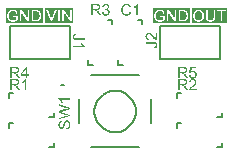
<source format=gto>
G04 Layer_Color=65535*
%FSLAX25Y25*%
%MOIN*%
G70*
G01*
G75*
%ADD17C,0.00787*%
%ADD18C,0.00600*%
G36*
X67038Y31341D02*
X65501D01*
X65296Y30303D01*
X65301Y30309D01*
X65312Y30314D01*
X65329Y30325D01*
X65357Y30342D01*
X65390Y30359D01*
X65429Y30381D01*
X65518Y30425D01*
X65629Y30470D01*
X65751Y30509D01*
X65884Y30536D01*
X65951Y30547D01*
X66073D01*
X66106Y30542D01*
X66150Y30536D01*
X66200Y30531D01*
X66256Y30520D01*
X66317Y30503D01*
X66450Y30464D01*
X66522Y30437D01*
X66594Y30398D01*
X66667Y30359D01*
X66739Y30314D01*
X66805Y30259D01*
X66872Y30198D01*
X66877Y30192D01*
X66888Y30181D01*
X66905Y30165D01*
X66927Y30137D01*
X66955Y30098D01*
X66983Y30059D01*
X67016Y30009D01*
X67049Y29954D01*
X67077Y29893D01*
X67111Y29826D01*
X67138Y29748D01*
X67166Y29671D01*
X67188Y29587D01*
X67205Y29493D01*
X67216Y29399D01*
X67222Y29299D01*
Y29293D01*
Y29276D01*
Y29249D01*
X67216Y29210D01*
X67211Y29166D01*
X67205Y29116D01*
X67194Y29054D01*
X67183Y28993D01*
X67149Y28849D01*
X67094Y28699D01*
X67061Y28622D01*
X67016Y28550D01*
X66972Y28472D01*
X66916Y28400D01*
X66911Y28394D01*
X66900Y28377D01*
X66877Y28355D01*
X66850Y28327D01*
X66811Y28294D01*
X66766Y28250D01*
X66711Y28211D01*
X66650Y28166D01*
X66583Y28122D01*
X66506Y28083D01*
X66422Y28044D01*
X66334Y28005D01*
X66239Y27978D01*
X66134Y27956D01*
X66023Y27939D01*
X65906Y27933D01*
X65856D01*
X65817Y27939D01*
X65773Y27944D01*
X65723Y27950D01*
X65662Y27956D01*
X65601Y27972D01*
X65462Y28005D01*
X65324Y28056D01*
X65251Y28089D01*
X65179Y28128D01*
X65113Y28172D01*
X65046Y28222D01*
X65040Y28228D01*
X65029Y28233D01*
X65018Y28255D01*
X64996Y28278D01*
X64968Y28305D01*
X64941Y28339D01*
X64907Y28383D01*
X64879Y28433D01*
X64846Y28483D01*
X64813Y28544D01*
X64752Y28677D01*
X64702Y28833D01*
X64685Y28916D01*
X64674Y29005D01*
X65168Y29043D01*
Y29038D01*
Y29027D01*
X65174Y29010D01*
X65179Y28982D01*
X65196Y28921D01*
X65218Y28838D01*
X65251Y28755D01*
X65296Y28660D01*
X65351Y28577D01*
X65418Y28499D01*
X65429Y28494D01*
X65451Y28472D01*
X65496Y28444D01*
X65557Y28411D01*
X65623Y28377D01*
X65706Y28350D01*
X65801Y28327D01*
X65906Y28322D01*
X65939D01*
X65962Y28327D01*
X66028Y28333D01*
X66106Y28355D01*
X66200Y28383D01*
X66295Y28427D01*
X66395Y28494D01*
X66439Y28533D01*
X66483Y28577D01*
X66489Y28583D01*
X66495Y28588D01*
X66506Y28605D01*
X66522Y28622D01*
X66561Y28683D01*
X66606Y28760D01*
X66644Y28855D01*
X66683Y28971D01*
X66711Y29110D01*
X66722Y29182D01*
Y29260D01*
Y29265D01*
Y29276D01*
Y29299D01*
X66716Y29326D01*
Y29360D01*
X66711Y29399D01*
X66694Y29487D01*
X66667Y29593D01*
X66628Y29698D01*
X66572Y29798D01*
X66495Y29893D01*
Y29898D01*
X66483Y29904D01*
X66456Y29931D01*
X66406Y29970D01*
X66339Y30015D01*
X66250Y30053D01*
X66150Y30092D01*
X66034Y30120D01*
X65967Y30131D01*
X65862D01*
X65817Y30126D01*
X65762Y30120D01*
X65695Y30103D01*
X65629Y30087D01*
X65557Y30059D01*
X65484Y30026D01*
X65479Y30020D01*
X65457Y30009D01*
X65423Y29981D01*
X65379Y29954D01*
X65335Y29915D01*
X65290Y29865D01*
X65240Y29815D01*
X65201Y29754D01*
X64757Y29815D01*
X65129Y31791D01*
X67038D01*
Y31341D01*
D02*
G37*
G36*
X62826Y31835D02*
X62876D01*
X62992Y31830D01*
X63115Y31813D01*
X63248Y31796D01*
X63370Y31769D01*
X63431Y31752D01*
X63481Y31735D01*
X63486D01*
X63492Y31730D01*
X63525Y31713D01*
X63575Y31691D01*
X63636Y31652D01*
X63703Y31602D01*
X63775Y31535D01*
X63842Y31458D01*
X63908Y31369D01*
Y31363D01*
X63914Y31358D01*
X63936Y31324D01*
X63958Y31269D01*
X63991Y31197D01*
X64019Y31113D01*
X64047Y31014D01*
X64064Y30908D01*
X64069Y30792D01*
Y30786D01*
Y30775D01*
Y30753D01*
X64064Y30725D01*
Y30686D01*
X64058Y30647D01*
X64036Y30553D01*
X64003Y30442D01*
X63958Y30325D01*
X63892Y30209D01*
X63847Y30153D01*
X63803Y30098D01*
X63797Y30092D01*
X63792Y30087D01*
X63775Y30070D01*
X63753Y30053D01*
X63725Y30031D01*
X63692Y30009D01*
X63647Y29981D01*
X63603Y29948D01*
X63547Y29920D01*
X63486Y29893D01*
X63420Y29859D01*
X63348Y29831D01*
X63264Y29809D01*
X63181Y29781D01*
X63087Y29765D01*
X62987Y29748D01*
X62998Y29743D01*
X63020Y29732D01*
X63054Y29709D01*
X63098Y29687D01*
X63198Y29626D01*
X63248Y29587D01*
X63292Y29554D01*
X63303Y29543D01*
X63331Y29515D01*
X63375Y29471D01*
X63431Y29415D01*
X63492Y29337D01*
X63564Y29254D01*
X63636Y29154D01*
X63714Y29043D01*
X64374Y28000D01*
X63742D01*
X63237Y28799D01*
Y28805D01*
X63226Y28816D01*
X63214Y28833D01*
X63198Y28855D01*
X63159Y28916D01*
X63109Y28993D01*
X63048Y29077D01*
X62987Y29166D01*
X62926Y29249D01*
X62870Y29326D01*
X62865Y29332D01*
X62848Y29354D01*
X62820Y29388D01*
X62782Y29426D01*
X62698Y29510D01*
X62654Y29548D01*
X62609Y29582D01*
X62604Y29587D01*
X62593Y29593D01*
X62571Y29604D01*
X62537Y29621D01*
X62504Y29637D01*
X62465Y29654D01*
X62376Y29682D01*
X62371D01*
X62360Y29687D01*
X62337D01*
X62310Y29693D01*
X62271Y29698D01*
X62226D01*
X62165Y29704D01*
X61511D01*
Y28000D01*
X61000D01*
Y31841D01*
X62782D01*
X62826Y31835D01*
D02*
G37*
G36*
X25000Y20929D02*
X21997D01*
X22003Y20923D01*
X22025Y20896D01*
X22059Y20862D01*
X22097Y20807D01*
X22147Y20746D01*
X22203Y20668D01*
X22264Y20579D01*
X22325Y20479D01*
Y20474D01*
X22330Y20468D01*
X22353Y20435D01*
X22380Y20380D01*
X22414Y20313D01*
X22453Y20235D01*
X22491Y20152D01*
X22530Y20069D01*
X22564Y19985D01*
X22108D01*
Y19991D01*
X22097Y20002D01*
X22092Y20024D01*
X22075Y20052D01*
X22059Y20085D01*
X22036Y20124D01*
X21981Y20219D01*
X21920Y20330D01*
X21842Y20440D01*
X21753Y20557D01*
X21659Y20674D01*
X21653Y20679D01*
X21648Y20685D01*
X21631Y20701D01*
X21614Y20724D01*
X21559Y20774D01*
X21492Y20840D01*
X21415Y20907D01*
X21326Y20979D01*
X21237Y21040D01*
X21143Y21095D01*
Y21401D01*
X25000D01*
Y20929D01*
D02*
G37*
G36*
X33826Y52835D02*
X33876D01*
X33992Y52829D01*
X34115Y52813D01*
X34248Y52796D01*
X34370Y52768D01*
X34431Y52752D01*
X34481Y52735D01*
X34486D01*
X34492Y52730D01*
X34525Y52713D01*
X34575Y52691D01*
X34636Y52652D01*
X34703Y52602D01*
X34775Y52535D01*
X34842Y52458D01*
X34908Y52369D01*
Y52363D01*
X34914Y52358D01*
X34936Y52324D01*
X34958Y52269D01*
X34991Y52197D01*
X35019Y52113D01*
X35047Y52014D01*
X35064Y51908D01*
X35069Y51792D01*
Y51786D01*
Y51775D01*
Y51753D01*
X35064Y51725D01*
Y51686D01*
X35058Y51647D01*
X35036Y51553D01*
X35003Y51442D01*
X34958Y51326D01*
X34892Y51209D01*
X34847Y51153D01*
X34803Y51098D01*
X34797Y51092D01*
X34792Y51087D01*
X34775Y51070D01*
X34753Y51054D01*
X34725Y51031D01*
X34692Y51009D01*
X34647Y50981D01*
X34603Y50948D01*
X34547Y50920D01*
X34486Y50893D01*
X34420Y50859D01*
X34348Y50832D01*
X34264Y50809D01*
X34181Y50782D01*
X34087Y50765D01*
X33987Y50748D01*
X33998Y50743D01*
X34020Y50732D01*
X34054Y50709D01*
X34098Y50687D01*
X34198Y50626D01*
X34248Y50587D01*
X34292Y50554D01*
X34303Y50543D01*
X34331Y50515D01*
X34375Y50471D01*
X34431Y50415D01*
X34492Y50337D01*
X34564Y50254D01*
X34636Y50154D01*
X34714Y50043D01*
X35374Y49000D01*
X34742D01*
X34237Y49799D01*
Y49805D01*
X34225Y49816D01*
X34214Y49832D01*
X34198Y49855D01*
X34159Y49916D01*
X34109Y49994D01*
X34048Y50077D01*
X33987Y50165D01*
X33926Y50249D01*
X33870Y50326D01*
X33865Y50332D01*
X33848Y50354D01*
X33820Y50388D01*
X33781Y50426D01*
X33698Y50510D01*
X33654Y50548D01*
X33610Y50582D01*
X33604Y50587D01*
X33593Y50593D01*
X33571Y50604D01*
X33537Y50621D01*
X33504Y50637D01*
X33465Y50654D01*
X33376Y50682D01*
X33371D01*
X33360Y50687D01*
X33338D01*
X33310Y50693D01*
X33271Y50698D01*
X33226D01*
X33165Y50704D01*
X32511D01*
Y49000D01*
X32000D01*
Y52841D01*
X33781D01*
X33826Y52835D01*
D02*
G37*
G36*
X10655Y29354D02*
X11177D01*
Y28921D01*
X10655D01*
Y28000D01*
X10184D01*
Y28921D01*
X8513D01*
Y29354D01*
X10272Y31841D01*
X10655D01*
Y29354D01*
D02*
G37*
G36*
X6826Y31835D02*
X6876D01*
X6992Y31830D01*
X7114Y31813D01*
X7248Y31796D01*
X7370Y31769D01*
X7431Y31752D01*
X7481Y31735D01*
X7486D01*
X7492Y31730D01*
X7525Y31713D01*
X7575Y31691D01*
X7636Y31652D01*
X7703Y31602D01*
X7775Y31535D01*
X7842Y31458D01*
X7908Y31369D01*
Y31363D01*
X7914Y31358D01*
X7936Y31324D01*
X7958Y31269D01*
X7992Y31197D01*
X8019Y31113D01*
X8047Y31014D01*
X8064Y30908D01*
X8069Y30792D01*
Y30786D01*
Y30775D01*
Y30753D01*
X8064Y30725D01*
Y30686D01*
X8058Y30647D01*
X8036Y30553D01*
X8003Y30442D01*
X7958Y30325D01*
X7891Y30209D01*
X7847Y30153D01*
X7803Y30098D01*
X7797Y30092D01*
X7792Y30087D01*
X7775Y30070D01*
X7753Y30053D01*
X7725Y30031D01*
X7692Y30009D01*
X7647Y29981D01*
X7603Y29948D01*
X7547Y29920D01*
X7486Y29893D01*
X7420Y29859D01*
X7348Y29831D01*
X7264Y29809D01*
X7181Y29781D01*
X7087Y29765D01*
X6987Y29748D01*
X6998Y29743D01*
X7020Y29732D01*
X7053Y29709D01*
X7098Y29687D01*
X7198Y29626D01*
X7248Y29587D01*
X7292Y29554D01*
X7303Y29543D01*
X7331Y29515D01*
X7375Y29471D01*
X7431Y29415D01*
X7492Y29337D01*
X7564Y29254D01*
X7636Y29154D01*
X7714Y29043D01*
X8374Y28000D01*
X7742D01*
X7237Y28799D01*
Y28805D01*
X7226Y28816D01*
X7214Y28833D01*
X7198Y28855D01*
X7159Y28916D01*
X7109Y28993D01*
X7048Y29077D01*
X6987Y29166D01*
X6926Y29249D01*
X6870Y29326D01*
X6865Y29332D01*
X6848Y29354D01*
X6820Y29388D01*
X6782Y29426D01*
X6698Y29510D01*
X6654Y29548D01*
X6610Y29582D01*
X6604Y29587D01*
X6593Y29593D01*
X6571Y29604D01*
X6537Y29621D01*
X6504Y29637D01*
X6465Y29654D01*
X6376Y29682D01*
X6371D01*
X6360Y29687D01*
X6338D01*
X6310Y29693D01*
X6271Y29698D01*
X6227D01*
X6165Y29704D01*
X5511D01*
Y28000D01*
X5000D01*
Y31841D01*
X6782D01*
X6826Y31835D01*
D02*
G37*
G36*
X25986Y46500D02*
X16495D01*
Y51341D01*
X25986D01*
Y46500D01*
D02*
G37*
G36*
X64855Y46433D02*
X52500D01*
Y51407D01*
X64855D01*
Y46433D01*
D02*
G37*
G36*
X77456D02*
X65500D01*
Y51407D01*
X77456D01*
Y46433D01*
D02*
G37*
G36*
X25000Y18287D02*
Y17788D01*
X22075Y16983D01*
X22070D01*
X22059Y16977D01*
X22042Y16972D01*
X22014Y16966D01*
X21953Y16950D01*
X21881Y16933D01*
X21803Y16911D01*
X21731Y16889D01*
X21670Y16872D01*
X21642Y16866D01*
X21626Y16861D01*
X21631D01*
X21637Y16855D01*
X21670Y16850D01*
X21720Y16839D01*
X21781Y16822D01*
X21848Y16805D01*
X21925Y16783D01*
X22003Y16767D01*
X22075Y16744D01*
X25000Y15934D01*
Y15401D01*
X21159Y14397D01*
Y14924D01*
X23679Y15495D01*
X23685D01*
X23696Y15501D01*
X23718Y15507D01*
X23746Y15512D01*
X23785Y15518D01*
X23823Y15529D01*
X23873Y15540D01*
X23929Y15551D01*
X24045Y15579D01*
X24179Y15607D01*
X24323Y15634D01*
X24467Y15662D01*
X24462D01*
X24439Y15667D01*
X24412Y15679D01*
X24367Y15684D01*
X24323Y15695D01*
X24267Y15712D01*
X24145Y15740D01*
X24023Y15773D01*
X23962Y15784D01*
X23907Y15801D01*
X23857Y15812D01*
X23812Y15823D01*
X23779Y15834D01*
X23757Y15840D01*
X21159Y16567D01*
Y17183D01*
X23108Y17727D01*
X23113D01*
X23141Y17738D01*
X23180Y17749D01*
X23230Y17760D01*
X23296Y17777D01*
X23368Y17799D01*
X23452Y17821D01*
X23546Y17843D01*
X23651Y17871D01*
X23757Y17893D01*
X23984Y17943D01*
X24223Y17993D01*
X24467Y18032D01*
X24462D01*
X24451Y18037D01*
X24428D01*
X24401Y18048D01*
X24367Y18054D01*
X24329Y18065D01*
X24279Y18071D01*
X24223Y18087D01*
X24101Y18115D01*
X23957Y18148D01*
X23801Y18182D01*
X23629Y18226D01*
X21159Y18825D01*
Y19342D01*
X25000Y18287D01*
D02*
G37*
G36*
X24034Y14041D02*
X24112Y14030D01*
X24201Y14008D01*
X24295Y13980D01*
X24395Y13936D01*
X24500Y13875D01*
X24506D01*
X24512Y13869D01*
X24545Y13842D01*
X24595Y13803D01*
X24650Y13747D01*
X24717Y13675D01*
X24789Y13586D01*
X24856Y13486D01*
X24917Y13370D01*
Y13364D01*
X24922Y13353D01*
X24928Y13337D01*
X24939Y13314D01*
X24950Y13281D01*
X24967Y13242D01*
X24989Y13153D01*
X25017Y13048D01*
X25044Y12920D01*
X25061Y12782D01*
X25067Y12632D01*
Y12626D01*
Y12609D01*
Y12582D01*
Y12543D01*
X25061Y12499D01*
Y12449D01*
X25056Y12393D01*
X25050Y12326D01*
X25028Y12188D01*
X25005Y12043D01*
X24967Y11899D01*
X24917Y11760D01*
Y11755D01*
X24911Y11744D01*
X24900Y11727D01*
X24889Y11705D01*
X24856Y11638D01*
X24806Y11561D01*
X24739Y11472D01*
X24661Y11377D01*
X24567Y11289D01*
X24462Y11205D01*
X24456D01*
X24445Y11194D01*
X24428Y11189D01*
X24406Y11172D01*
X24378Y11161D01*
X24345Y11144D01*
X24262Y11106D01*
X24156Y11067D01*
X24040Y11033D01*
X23907Y11011D01*
X23768Y11000D01*
X23723Y11477D01*
X23735D01*
X23751Y11483D01*
X23773D01*
X23823Y11494D01*
X23896Y11511D01*
X23968Y11533D01*
X24051Y11555D01*
X24129Y11594D01*
X24201Y11633D01*
X24206Y11638D01*
X24229Y11655D01*
X24267Y11683D01*
X24306Y11727D01*
X24356Y11783D01*
X24406Y11844D01*
X24456Y11927D01*
X24500Y12016D01*
Y12021D01*
X24506Y12027D01*
X24512Y12043D01*
X24517Y12060D01*
X24534Y12116D01*
X24556Y12188D01*
X24578Y12276D01*
X24595Y12376D01*
X24606Y12487D01*
X24611Y12609D01*
Y12615D01*
Y12621D01*
Y12637D01*
Y12659D01*
X24606Y12715D01*
X24600Y12782D01*
X24589Y12859D01*
X24578Y12948D01*
X24556Y13037D01*
X24528Y13120D01*
X24523Y13131D01*
X24512Y13159D01*
X24489Y13198D01*
X24467Y13248D01*
X24428Y13298D01*
X24389Y13353D01*
X24345Y13409D01*
X24290Y13453D01*
X24284Y13459D01*
X24262Y13470D01*
X24234Y13486D01*
X24190Y13509D01*
X24145Y13531D01*
X24090Y13547D01*
X24029Y13558D01*
X23962Y13564D01*
X23929D01*
X23896Y13558D01*
X23851Y13553D01*
X23807Y13536D01*
X23751Y13520D01*
X23696Y13492D01*
X23646Y13453D01*
X23640Y13448D01*
X23624Y13431D01*
X23601Y13409D01*
X23568Y13370D01*
X23535Y13326D01*
X23496Y13264D01*
X23457Y13192D01*
X23424Y13109D01*
X23418Y13104D01*
X23413Y13076D01*
X23396Y13031D01*
X23391Y13004D01*
X23379Y12965D01*
X23363Y12926D01*
X23352Y12876D01*
X23335Y12820D01*
X23318Y12754D01*
X23302Y12687D01*
X23280Y12609D01*
X23257Y12521D01*
X23235Y12426D01*
Y12421D01*
X23230Y12404D01*
X23224Y12376D01*
X23213Y12343D01*
X23202Y12299D01*
X23191Y12249D01*
X23157Y12138D01*
X23119Y12016D01*
X23080Y11888D01*
X23041Y11777D01*
X23019Y11727D01*
X22996Y11683D01*
Y11677D01*
X22991Y11672D01*
X22969Y11638D01*
X22941Y11588D01*
X22896Y11533D01*
X22847Y11466D01*
X22786Y11400D01*
X22713Y11333D01*
X22636Y11277D01*
X22625Y11272D01*
X22597Y11255D01*
X22552Y11233D01*
X22497Y11211D01*
X22425Y11189D01*
X22342Y11167D01*
X22253Y11150D01*
X22158Y11144D01*
X22108D01*
X22053Y11155D01*
X21981Y11167D01*
X21898Y11183D01*
X21803Y11211D01*
X21709Y11250D01*
X21614Y11305D01*
X21609D01*
X21603Y11311D01*
X21570Y11338D01*
X21526Y11377D01*
X21470Y11427D01*
X21409Y11494D01*
X21342Y11577D01*
X21282Y11677D01*
X21226Y11788D01*
Y11794D01*
X21220Y11805D01*
X21215Y11821D01*
X21204Y11844D01*
X21193Y11871D01*
X21182Y11910D01*
X21159Y11993D01*
X21137Y12099D01*
X21115Y12221D01*
X21098Y12349D01*
X21093Y12493D01*
Y12499D01*
Y12510D01*
Y12537D01*
Y12565D01*
X21098Y12604D01*
Y12643D01*
X21110Y12748D01*
X21126Y12865D01*
X21154Y12987D01*
X21187Y13120D01*
X21231Y13242D01*
Y13248D01*
X21237Y13259D01*
X21248Y13275D01*
X21259Y13298D01*
X21287Y13353D01*
X21337Y13425D01*
X21393Y13509D01*
X21465Y13592D01*
X21548Y13670D01*
X21642Y13742D01*
X21648D01*
X21653Y13747D01*
X21670Y13758D01*
X21687Y13769D01*
X21742Y13797D01*
X21814Y13830D01*
X21903Y13869D01*
X22008Y13897D01*
X22120Y13925D01*
X22242Y13936D01*
X22280Y13448D01*
X22264D01*
X22247Y13442D01*
X22219Y13436D01*
X22158Y13420D01*
X22075Y13398D01*
X21986Y13364D01*
X21898Y13314D01*
X21814Y13253D01*
X21737Y13176D01*
X21731Y13164D01*
X21709Y13137D01*
X21676Y13081D01*
X21642Y13009D01*
X21609Y12915D01*
X21576Y12804D01*
X21553Y12665D01*
X21548Y12510D01*
Y12504D01*
Y12487D01*
Y12465D01*
Y12432D01*
X21553Y12399D01*
X21559Y12354D01*
X21570Y12254D01*
X21592Y12143D01*
X21620Y12032D01*
X21664Y11927D01*
X21692Y11883D01*
X21720Y11838D01*
X21725Y11827D01*
X21748Y11805D01*
X21787Y11772D01*
X21831Y11738D01*
X21892Y11699D01*
X21959Y11666D01*
X22036Y11644D01*
X22125Y11633D01*
X22158D01*
X22197Y11638D01*
X22242Y11649D01*
X22297Y11666D01*
X22353Y11694D01*
X22408Y11727D01*
X22464Y11777D01*
X22469Y11783D01*
X22486Y11810D01*
X22502Y11833D01*
X22514Y11855D01*
X22530Y11888D01*
X22552Y11927D01*
X22569Y11977D01*
X22591Y12032D01*
X22614Y12093D01*
X22641Y12166D01*
X22663Y12243D01*
X22691Y12332D01*
X22713Y12432D01*
X22741Y12543D01*
Y12548D01*
X22747Y12571D01*
X22752Y12604D01*
X22763Y12643D01*
X22774Y12693D01*
X22791Y12754D01*
X22808Y12815D01*
X22824Y12881D01*
X22863Y13026D01*
X22902Y13164D01*
X22924Y13231D01*
X22946Y13292D01*
X22963Y13348D01*
X22985Y13392D01*
Y13398D01*
X22991Y13409D01*
X23002Y13425D01*
X23013Y13448D01*
X23046Y13509D01*
X23091Y13581D01*
X23152Y13664D01*
X23219Y13747D01*
X23296Y13825D01*
X23379Y13892D01*
X23391Y13897D01*
X23418Y13919D01*
X23468Y13941D01*
X23535Y13975D01*
X23613Y14003D01*
X23707Y14030D01*
X23812Y14047D01*
X23923Y14052D01*
X23973D01*
X24034Y14041D01*
D02*
G37*
G36*
X15855Y46433D02*
X3500D01*
Y51407D01*
X15855D01*
Y46433D01*
D02*
G37*
G36*
X36995Y52852D02*
X37067Y52841D01*
X37156Y52824D01*
X37256Y52796D01*
X37356Y52763D01*
X37456Y52719D01*
X37461D01*
X37467Y52713D01*
X37500Y52696D01*
X37550Y52663D01*
X37606Y52624D01*
X37672Y52569D01*
X37739Y52508D01*
X37805Y52435D01*
X37861Y52352D01*
X37866Y52341D01*
X37883Y52313D01*
X37905Y52263D01*
X37933Y52202D01*
X37961Y52130D01*
X37983Y52047D01*
X37999Y51953D01*
X38005Y51858D01*
Y51847D01*
Y51814D01*
X37999Y51769D01*
X37988Y51708D01*
X37972Y51636D01*
X37944Y51559D01*
X37911Y51481D01*
X37866Y51403D01*
X37861Y51392D01*
X37844Y51370D01*
X37811Y51331D01*
X37766Y51287D01*
X37711Y51237D01*
X37644Y51181D01*
X37567Y51131D01*
X37472Y51081D01*
X37478D01*
X37489Y51076D01*
X37506Y51070D01*
X37528Y51065D01*
X37589Y51042D01*
X37667Y51009D01*
X37755Y50965D01*
X37844Y50909D01*
X37927Y50837D01*
X38005Y50754D01*
X38011Y50743D01*
X38033Y50709D01*
X38066Y50654D01*
X38100Y50582D01*
X38133Y50493D01*
X38166Y50388D01*
X38188Y50265D01*
X38194Y50132D01*
Y50127D01*
Y50110D01*
Y50082D01*
X38188Y50049D01*
X38183Y50005D01*
X38172Y49955D01*
X38160Y49899D01*
X38149Y49838D01*
X38105Y49705D01*
X38072Y49633D01*
X38038Y49566D01*
X37994Y49494D01*
X37944Y49422D01*
X37889Y49350D01*
X37822Y49283D01*
X37816Y49277D01*
X37805Y49266D01*
X37783Y49250D01*
X37755Y49228D01*
X37722Y49200D01*
X37678Y49172D01*
X37628Y49139D01*
X37567Y49111D01*
X37506Y49078D01*
X37433Y49044D01*
X37361Y49017D01*
X37278Y48989D01*
X37189Y48967D01*
X37095Y48950D01*
X37001Y48939D01*
X36895Y48933D01*
X36845D01*
X36812Y48939D01*
X36768Y48945D01*
X36718Y48950D01*
X36662Y48961D01*
X36601Y48972D01*
X36468Y49005D01*
X36329Y49061D01*
X36257Y49094D01*
X36190Y49133D01*
X36124Y49183D01*
X36057Y49233D01*
X36051Y49239D01*
X36040Y49250D01*
X36024Y49266D01*
X36007Y49289D01*
X35979Y49316D01*
X35952Y49355D01*
X35918Y49394D01*
X35885Y49444D01*
X35852Y49499D01*
X35818Y49555D01*
X35757Y49688D01*
X35707Y49844D01*
X35691Y49927D01*
X35680Y50016D01*
X36151Y50077D01*
Y50071D01*
X36157Y50060D01*
X36162Y50038D01*
X36168Y50010D01*
X36174Y49977D01*
X36185Y49938D01*
X36213Y49855D01*
X36251Y49755D01*
X36301Y49660D01*
X36357Y49572D01*
X36423Y49494D01*
X36434Y49488D01*
X36457Y49466D01*
X36501Y49439D01*
X36557Y49411D01*
X36623Y49377D01*
X36706Y49350D01*
X36801Y49327D01*
X36901Y49322D01*
X36934D01*
X36956Y49327D01*
X37017Y49333D01*
X37095Y49350D01*
X37184Y49377D01*
X37278Y49416D01*
X37372Y49472D01*
X37461Y49549D01*
X37472Y49561D01*
X37500Y49594D01*
X37533Y49644D01*
X37578Y49710D01*
X37622Y49794D01*
X37655Y49888D01*
X37683Y49999D01*
X37694Y50121D01*
Y50127D01*
Y50138D01*
Y50154D01*
X37689Y50177D01*
X37683Y50238D01*
X37667Y50310D01*
X37644Y50399D01*
X37606Y50487D01*
X37550Y50576D01*
X37478Y50659D01*
X37467Y50670D01*
X37439Y50693D01*
X37395Y50726D01*
X37334Y50765D01*
X37256Y50804D01*
X37161Y50837D01*
X37056Y50859D01*
X36939Y50870D01*
X36890D01*
X36851Y50865D01*
X36801Y50859D01*
X36745Y50848D01*
X36679Y50837D01*
X36606Y50820D01*
X36662Y51237D01*
X36690D01*
X36712Y51231D01*
X36784D01*
X36845Y51242D01*
X36917Y51253D01*
X37001Y51270D01*
X37095Y51298D01*
X37184Y51336D01*
X37278Y51386D01*
X37284D01*
X37289Y51392D01*
X37317Y51414D01*
X37356Y51453D01*
X37400Y51503D01*
X37444Y51575D01*
X37483Y51658D01*
X37511Y51753D01*
X37522Y51808D01*
Y51869D01*
Y51875D01*
Y51880D01*
Y51914D01*
X37511Y51958D01*
X37500Y52019D01*
X37478Y52086D01*
X37450Y52158D01*
X37406Y52230D01*
X37345Y52297D01*
X37339Y52302D01*
X37311Y52324D01*
X37273Y52352D01*
X37223Y52385D01*
X37156Y52413D01*
X37078Y52441D01*
X36989Y52463D01*
X36890Y52469D01*
X36845D01*
X36795Y52458D01*
X36729Y52447D01*
X36656Y52424D01*
X36584Y52397D01*
X36507Y52352D01*
X36434Y52297D01*
X36429Y52291D01*
X36407Y52263D01*
X36373Y52224D01*
X36335Y52169D01*
X36296Y52097D01*
X36257Y52008D01*
X36224Y51903D01*
X36201Y51781D01*
X35730Y51864D01*
Y51869D01*
X35735Y51886D01*
X35741Y51908D01*
X35746Y51942D01*
X35757Y51980D01*
X35774Y52025D01*
X35807Y52130D01*
X35863Y52252D01*
X35929Y52374D01*
X36013Y52491D01*
X36118Y52596D01*
X36124Y52602D01*
X36135Y52608D01*
X36151Y52619D01*
X36174Y52635D01*
X36201Y52657D01*
X36240Y52680D01*
X36279Y52702D01*
X36329Y52730D01*
X36440Y52774D01*
X36568Y52818D01*
X36718Y52846D01*
X36795Y52857D01*
X36934D01*
X36995Y52852D01*
D02*
G37*
G36*
X52901Y40120D02*
X52946D01*
X53051Y40109D01*
X53173Y40098D01*
X53301Y40076D01*
X53417Y40042D01*
X53528Y40004D01*
X53534D01*
X53539Y39998D01*
X53573Y39981D01*
X53617Y39954D01*
X53678Y39915D01*
X53739Y39859D01*
X53806Y39798D01*
X53872Y39720D01*
X53928Y39632D01*
X53933Y39621D01*
X53950Y39587D01*
X53972Y39537D01*
X53994Y39465D01*
X54022Y39376D01*
X54044Y39276D01*
X54061Y39165D01*
X54067Y39043D01*
Y39038D01*
Y39021D01*
Y38993D01*
X54061Y38960D01*
X54056Y38916D01*
X54050Y38871D01*
X54028Y38755D01*
X53994Y38633D01*
X53944Y38505D01*
X53911Y38438D01*
X53872Y38377D01*
X53828Y38322D01*
X53778Y38266D01*
X53772Y38261D01*
X53767Y38255D01*
X53745Y38244D01*
X53723Y38228D01*
X53695Y38205D01*
X53656Y38183D01*
X53611Y38161D01*
X53562Y38133D01*
X53506Y38111D01*
X53439Y38089D01*
X53373Y38067D01*
X53295Y38044D01*
X53212Y38033D01*
X53118Y38017D01*
X53023Y38011D01*
X52918D01*
X52851Y38472D01*
X52890D01*
X52923Y38477D01*
X52957Y38483D01*
X52996D01*
X53090Y38500D01*
X53190Y38516D01*
X53290Y38550D01*
X53378Y38583D01*
X53417Y38605D01*
X53451Y38633D01*
X53456Y38638D01*
X53473Y38660D01*
X53500Y38694D01*
X53528Y38738D01*
X53562Y38799D01*
X53584Y38866D01*
X53606Y38949D01*
X53611Y39038D01*
Y39049D01*
Y39071D01*
X53606Y39105D01*
X53600Y39154D01*
X53589Y39204D01*
X53578Y39260D01*
X53556Y39315D01*
X53528Y39371D01*
X53523Y39376D01*
X53512Y39393D01*
X53489Y39415D01*
X53467Y39449D01*
X53428Y39476D01*
X53390Y39510D01*
X53345Y39537D01*
X53290Y39560D01*
X53284D01*
X53262Y39571D01*
X53223Y39576D01*
X53173Y39587D01*
X53106Y39598D01*
X53023Y39604D01*
X52923Y39615D01*
X50159D01*
Y40126D01*
X52857D01*
X52901Y40120D01*
D02*
G37*
G36*
X10450Y24000D02*
X9978D01*
Y27003D01*
X9973Y26997D01*
X9945Y26975D01*
X9912Y26941D01*
X9856Y26903D01*
X9795Y26853D01*
X9718Y26797D01*
X9629Y26736D01*
X9529Y26675D01*
X9523D01*
X9518Y26669D01*
X9484Y26647D01*
X9429Y26620D01*
X9362Y26586D01*
X9285Y26547D01*
X9201Y26509D01*
X9118Y26470D01*
X9035Y26436D01*
Y26892D01*
X9040D01*
X9052Y26903D01*
X9074Y26908D01*
X9101Y26925D01*
X9135Y26941D01*
X9174Y26964D01*
X9268Y27019D01*
X9379Y27080D01*
X9490Y27158D01*
X9606Y27247D01*
X9723Y27341D01*
X9729Y27347D01*
X9734Y27352D01*
X9751Y27369D01*
X9773Y27386D01*
X9823Y27441D01*
X9889Y27508D01*
X9956Y27585D01*
X10028Y27674D01*
X10089Y27763D01*
X10145Y27857D01*
X10450D01*
Y24000D01*
D02*
G37*
G36*
X6826Y27835D02*
X6876D01*
X6992Y27830D01*
X7114Y27813D01*
X7248Y27796D01*
X7370Y27768D01*
X7431Y27752D01*
X7481Y27735D01*
X7486D01*
X7492Y27730D01*
X7525Y27713D01*
X7575Y27691D01*
X7636Y27652D01*
X7703Y27602D01*
X7775Y27535D01*
X7842Y27458D01*
X7908Y27369D01*
Y27363D01*
X7914Y27358D01*
X7936Y27325D01*
X7958Y27269D01*
X7992Y27197D01*
X8019Y27114D01*
X8047Y27014D01*
X8064Y26908D01*
X8069Y26792D01*
Y26786D01*
Y26775D01*
Y26753D01*
X8064Y26725D01*
Y26686D01*
X8058Y26647D01*
X8036Y26553D01*
X8003Y26442D01*
X7958Y26326D01*
X7891Y26209D01*
X7847Y26153D01*
X7803Y26098D01*
X7797Y26092D01*
X7792Y26087D01*
X7775Y26070D01*
X7753Y26054D01*
X7725Y26031D01*
X7692Y26009D01*
X7647Y25981D01*
X7603Y25948D01*
X7547Y25920D01*
X7486Y25892D01*
X7420Y25859D01*
X7348Y25831D01*
X7264Y25809D01*
X7181Y25782D01*
X7087Y25765D01*
X6987Y25748D01*
X6998Y25743D01*
X7020Y25732D01*
X7053Y25709D01*
X7098Y25687D01*
X7198Y25626D01*
X7248Y25587D01*
X7292Y25554D01*
X7303Y25543D01*
X7331Y25515D01*
X7375Y25471D01*
X7431Y25415D01*
X7492Y25337D01*
X7564Y25254D01*
X7636Y25154D01*
X7714Y25043D01*
X8374Y24000D01*
X7742D01*
X7237Y24799D01*
Y24805D01*
X7226Y24816D01*
X7214Y24833D01*
X7198Y24855D01*
X7159Y24916D01*
X7109Y24994D01*
X7048Y25077D01*
X6987Y25166D01*
X6926Y25249D01*
X6870Y25326D01*
X6865Y25332D01*
X6848Y25354D01*
X6820Y25387D01*
X6782Y25426D01*
X6698Y25510D01*
X6654Y25548D01*
X6610Y25582D01*
X6604Y25587D01*
X6593Y25593D01*
X6571Y25604D01*
X6537Y25621D01*
X6504Y25637D01*
X6465Y25654D01*
X6376Y25682D01*
X6371D01*
X6360Y25687D01*
X6338D01*
X6310Y25693D01*
X6271Y25698D01*
X6227D01*
X6165Y25704D01*
X5511D01*
Y24000D01*
X5000D01*
Y27841D01*
X6782D01*
X6826Y27835D01*
D02*
G37*
G36*
X28892Y39870D02*
X28903Y39859D01*
X28908Y39836D01*
X28925Y39809D01*
X28942Y39775D01*
X28964Y39737D01*
X29019Y39642D01*
X29080Y39531D01*
X29158Y39420D01*
X29247Y39304D01*
X29341Y39187D01*
X29347Y39182D01*
X29352Y39176D01*
X29369Y39159D01*
X29386Y39137D01*
X29441Y39087D01*
X29508Y39021D01*
X29585Y38954D01*
X29674Y38882D01*
X29763Y38821D01*
X29857Y38765D01*
Y38460D01*
X26000D01*
Y38932D01*
X29003D01*
X28997Y38937D01*
X28975Y38965D01*
X28942Y38998D01*
X28903Y39054D01*
X28853Y39115D01*
X28797Y39193D01*
X28736Y39281D01*
X28675Y39381D01*
Y39387D01*
X28670Y39393D01*
X28647Y39426D01*
X28620Y39481D01*
X28586Y39548D01*
X28547Y39626D01*
X28509Y39709D01*
X28470Y39792D01*
X28436Y39875D01*
X28892D01*
Y39870D01*
D02*
G37*
G36*
X27149Y42528D02*
X27110D01*
X27077Y42523D01*
X27043Y42517D01*
X27005D01*
X26910Y42500D01*
X26810Y42484D01*
X26710Y42450D01*
X26622Y42417D01*
X26583Y42395D01*
X26550Y42367D01*
X26544Y42362D01*
X26527Y42340D01*
X26500Y42306D01*
X26472Y42262D01*
X26439Y42201D01*
X26416Y42134D01*
X26394Y42051D01*
X26388Y41962D01*
Y41951D01*
Y41929D01*
X26394Y41895D01*
X26400Y41846D01*
X26411Y41796D01*
X26422Y41740D01*
X26444Y41685D01*
X26472Y41629D01*
X26477Y41624D01*
X26488Y41607D01*
X26511Y41585D01*
X26533Y41551D01*
X26572Y41524D01*
X26610Y41490D01*
X26655Y41463D01*
X26710Y41440D01*
X26716D01*
X26738Y41429D01*
X26777Y41424D01*
X26827Y41413D01*
X26893Y41402D01*
X26977Y41396D01*
X27077Y41385D01*
X29841D01*
Y40874D01*
X27143D01*
X27099Y40880D01*
X27055D01*
X26949Y40891D01*
X26827Y40902D01*
X26699Y40924D01*
X26583Y40958D01*
X26472Y40996D01*
X26466D01*
X26461Y41002D01*
X26427Y41019D01*
X26383Y41046D01*
X26322Y41085D01*
X26261Y41141D01*
X26194Y41202D01*
X26128Y41280D01*
X26072Y41368D01*
X26067Y41379D01*
X26050Y41413D01*
X26028Y41463D01*
X26006Y41535D01*
X25978Y41624D01*
X25956Y41723D01*
X25939Y41835D01*
X25933Y41957D01*
Y41962D01*
Y41979D01*
Y42006D01*
X25939Y42040D01*
X25945Y42084D01*
X25950Y42129D01*
X25972Y42245D01*
X26006Y42367D01*
X26055Y42495D01*
X26089Y42562D01*
X26128Y42623D01*
X26172Y42678D01*
X26222Y42734D01*
X26228Y42739D01*
X26233Y42745D01*
X26255Y42756D01*
X26278Y42772D01*
X26305Y42795D01*
X26344Y42817D01*
X26388Y42839D01*
X26439Y42867D01*
X26494Y42889D01*
X26561Y42911D01*
X26627Y42933D01*
X26705Y42956D01*
X26788Y42967D01*
X26882Y42983D01*
X26977Y42989D01*
X27082D01*
X27149Y42528D01*
D02*
G37*
G36*
X54000Y40697D02*
X53939D01*
X53895Y40703D01*
X53845Y40708D01*
X53789Y40720D01*
X53734Y40731D01*
X53673Y40753D01*
X53667D01*
X53662Y40758D01*
X53628Y40769D01*
X53578Y40792D01*
X53512Y40825D01*
X53434Y40869D01*
X53345Y40925D01*
X53256Y40986D01*
X53162Y41064D01*
X53156D01*
X53151Y41075D01*
X53118Y41102D01*
X53068Y41152D01*
X52996Y41225D01*
X52912Y41308D01*
X52812Y41413D01*
X52701Y41541D01*
X52585Y41680D01*
X52579Y41685D01*
X52562Y41707D01*
X52535Y41741D01*
X52501Y41780D01*
X52457Y41829D01*
X52407Y41891D01*
X52352Y41952D01*
X52291Y42024D01*
X52157Y42162D01*
X52024Y42301D01*
X51958Y42368D01*
X51891Y42429D01*
X51830Y42484D01*
X51769Y42529D01*
X51763D01*
X51758Y42540D01*
X51741Y42551D01*
X51719Y42562D01*
X51658Y42601D01*
X51586Y42645D01*
X51497Y42684D01*
X51403Y42723D01*
X51297Y42745D01*
X51197Y42756D01*
X51186D01*
X51153Y42751D01*
X51097Y42745D01*
X51036Y42729D01*
X50959Y42706D01*
X50881Y42667D01*
X50803Y42618D01*
X50726Y42551D01*
X50714Y42540D01*
X50692Y42512D01*
X50664Y42473D01*
X50626Y42412D01*
X50592Y42335D01*
X50559Y42246D01*
X50537Y42140D01*
X50531Y42024D01*
Y42018D01*
Y42007D01*
Y41990D01*
X50537Y41968D01*
X50542Y41902D01*
X50559Y41824D01*
X50581Y41741D01*
X50620Y41646D01*
X50670Y41557D01*
X50737Y41474D01*
X50748Y41463D01*
X50775Y41441D01*
X50820Y41408D01*
X50886Y41374D01*
X50964Y41336D01*
X51064Y41302D01*
X51175Y41280D01*
X51303Y41269D01*
X51253Y40786D01*
X51247D01*
X51231Y40792D01*
X51203D01*
X51164Y40797D01*
X51120Y40808D01*
X51070Y40819D01*
X51009Y40836D01*
X50947Y40853D01*
X50814Y40897D01*
X50681Y40964D01*
X50615Y41003D01*
X50548Y41052D01*
X50487Y41102D01*
X50431Y41158D01*
X50426Y41164D01*
X50420Y41175D01*
X50404Y41191D01*
X50387Y41219D01*
X50365Y41252D01*
X50343Y41291D01*
X50315Y41336D01*
X50287Y41391D01*
X50259Y41452D01*
X50231Y41519D01*
X50209Y41591D01*
X50187Y41668D01*
X50170Y41752D01*
X50154Y41841D01*
X50148Y41935D01*
X50143Y42035D01*
Y42040D01*
Y42057D01*
Y42090D01*
X50148Y42129D01*
X50154Y42174D01*
X50159Y42229D01*
X50170Y42290D01*
X50182Y42351D01*
X50220Y42496D01*
X50276Y42640D01*
X50309Y42712D01*
X50348Y42784D01*
X50398Y42851D01*
X50454Y42912D01*
X50459Y42917D01*
X50465Y42928D01*
X50487Y42939D01*
X50509Y42962D01*
X50537Y42989D01*
X50576Y43017D01*
X50615Y43045D01*
X50664Y43078D01*
X50770Y43134D01*
X50903Y43189D01*
X50970Y43211D01*
X51047Y43223D01*
X51125Y43234D01*
X51208Y43239D01*
X51247D01*
X51292Y43234D01*
X51353Y43228D01*
X51419Y43217D01*
X51497Y43195D01*
X51580Y43173D01*
X51664Y43139D01*
X51674Y43134D01*
X51702Y43123D01*
X51747Y43101D01*
X51808Y43067D01*
X51874Y43023D01*
X51958Y42967D01*
X52041Y42901D01*
X52135Y42823D01*
X52146Y42812D01*
X52180Y42784D01*
X52207Y42756D01*
X52235Y42729D01*
X52268Y42695D01*
X52313Y42651D01*
X52357Y42606D01*
X52407Y42551D01*
X52463Y42496D01*
X52524Y42429D01*
X52585Y42357D01*
X52657Y42279D01*
X52729Y42190D01*
X52807Y42101D01*
X52812Y42096D01*
X52823Y42085D01*
X52840Y42063D01*
X52862Y42035D01*
X52896Y42002D01*
X52929Y41963D01*
X53001Y41874D01*
X53084Y41780D01*
X53167Y41691D01*
X53240Y41613D01*
X53267Y41580D01*
X53295Y41552D01*
X53301Y41546D01*
X53317Y41530D01*
X53339Y41508D01*
X53373Y41480D01*
X53412Y41452D01*
X53451Y41419D01*
X53545Y41352D01*
Y43245D01*
X54000D01*
Y40697D01*
D02*
G37*
G36*
X47605Y49000D02*
X47134D01*
Y52003D01*
X47128Y51997D01*
X47100Y51975D01*
X47067Y51942D01*
X47012Y51903D01*
X46951Y51853D01*
X46873Y51797D01*
X46784Y51736D01*
X46684Y51675D01*
X46679D01*
X46673Y51670D01*
X46640Y51647D01*
X46584Y51620D01*
X46518Y51586D01*
X46440Y51547D01*
X46357Y51509D01*
X46273Y51470D01*
X46190Y51437D01*
Y51891D01*
X46196D01*
X46207Y51903D01*
X46229Y51908D01*
X46257Y51925D01*
X46290Y51942D01*
X46329Y51964D01*
X46423Y52019D01*
X46534Y52080D01*
X46645Y52158D01*
X46762Y52247D01*
X46878Y52341D01*
X46884Y52347D01*
X46890Y52352D01*
X46906Y52369D01*
X46928Y52385D01*
X46978Y52441D01*
X47045Y52508D01*
X47111Y52585D01*
X47184Y52674D01*
X47245Y52763D01*
X47300Y52857D01*
X47605D01*
Y49000D01*
D02*
G37*
G36*
X43904Y52902D02*
X43954Y52896D01*
X44015Y52890D01*
X44076Y52885D01*
X44148Y52868D01*
X44298Y52835D01*
X44464Y52785D01*
X44547Y52752D01*
X44625Y52713D01*
X44703Y52663D01*
X44780Y52613D01*
X44786Y52608D01*
X44797Y52602D01*
X44819Y52585D01*
X44847Y52558D01*
X44875Y52530D01*
X44914Y52491D01*
X44953Y52447D01*
X44997Y52402D01*
X45041Y52347D01*
X45086Y52280D01*
X45136Y52214D01*
X45180Y52141D01*
X45219Y52058D01*
X45263Y51975D01*
X45297Y51886D01*
X45330Y51786D01*
X44831Y51670D01*
Y51675D01*
X44825Y51686D01*
X44814Y51708D01*
X44803Y51736D01*
X44792Y51769D01*
X44775Y51814D01*
X44731Y51903D01*
X44675Y52003D01*
X44609Y52102D01*
X44525Y52197D01*
X44436Y52280D01*
X44425Y52291D01*
X44392Y52313D01*
X44337Y52341D01*
X44264Y52380D01*
X44170Y52413D01*
X44065Y52447D01*
X43937Y52469D01*
X43798Y52474D01*
X43754D01*
X43726Y52469D01*
X43687D01*
X43643Y52463D01*
X43537Y52447D01*
X43421Y52424D01*
X43299Y52385D01*
X43171Y52330D01*
X43055Y52258D01*
X43049D01*
X43043Y52247D01*
X43005Y52219D01*
X42955Y52175D01*
X42893Y52108D01*
X42821Y52025D01*
X42755Y51930D01*
X42694Y51814D01*
X42638Y51686D01*
Y51681D01*
X42633Y51670D01*
X42627Y51653D01*
X42622Y51625D01*
X42610Y51592D01*
X42599Y51553D01*
X42583Y51459D01*
X42561Y51348D01*
X42538Y51226D01*
X42527Y51092D01*
X42522Y50948D01*
Y50942D01*
Y50926D01*
Y50898D01*
Y50865D01*
X42527Y50826D01*
Y50776D01*
X42533Y50721D01*
X42538Y50659D01*
X42555Y50526D01*
X42583Y50382D01*
X42616Y50238D01*
X42660Y50093D01*
Y50088D01*
X42666Y50077D01*
X42677Y50060D01*
X42688Y50032D01*
X42722Y49966D01*
X42771Y49888D01*
X42832Y49799D01*
X42910Y49705D01*
X42999Y49622D01*
X43104Y49544D01*
X43110D01*
X43121Y49538D01*
X43138Y49527D01*
X43160Y49516D01*
X43188Y49505D01*
X43221Y49488D01*
X43299Y49455D01*
X43399Y49422D01*
X43510Y49394D01*
X43632Y49372D01*
X43759Y49366D01*
X43798D01*
X43832Y49372D01*
X43870D01*
X43909Y49377D01*
X44009Y49400D01*
X44126Y49427D01*
X44242Y49472D01*
X44364Y49533D01*
X44425Y49566D01*
X44481Y49610D01*
X44486Y49616D01*
X44492Y49622D01*
X44509Y49638D01*
X44531Y49655D01*
X44553Y49683D01*
X44581Y49716D01*
X44614Y49749D01*
X44642Y49794D01*
X44675Y49844D01*
X44714Y49899D01*
X44747Y49955D01*
X44780Y50021D01*
X44808Y50093D01*
X44836Y50171D01*
X44864Y50254D01*
X44886Y50343D01*
X45397Y50215D01*
Y50210D01*
X45391Y50188D01*
X45380Y50154D01*
X45363Y50110D01*
X45347Y50060D01*
X45325Y49999D01*
X45297Y49932D01*
X45263Y49860D01*
X45186Y49705D01*
X45086Y49549D01*
X45025Y49472D01*
X44964Y49394D01*
X44897Y49327D01*
X44819Y49261D01*
X44814Y49255D01*
X44803Y49244D01*
X44775Y49233D01*
X44747Y49211D01*
X44703Y49183D01*
X44658Y49155D01*
X44597Y49128D01*
X44536Y49100D01*
X44464Y49067D01*
X44387Y49039D01*
X44303Y49011D01*
X44214Y48983D01*
X44120Y48961D01*
X44020Y48950D01*
X43915Y48939D01*
X43804Y48933D01*
X43743D01*
X43698Y48939D01*
X43648D01*
X43587Y48945D01*
X43521Y48956D01*
X43443Y48967D01*
X43282Y48994D01*
X43116Y49039D01*
X42949Y49100D01*
X42871Y49139D01*
X42794Y49183D01*
X42788Y49189D01*
X42777Y49194D01*
X42755Y49211D01*
X42733Y49233D01*
X42699Y49255D01*
X42660Y49289D01*
X42616Y49327D01*
X42572Y49372D01*
X42527Y49422D01*
X42477Y49472D01*
X42377Y49599D01*
X42283Y49749D01*
X42200Y49916D01*
Y49921D01*
X42189Y49938D01*
X42183Y49966D01*
X42167Y49999D01*
X42155Y50043D01*
X42139Y50099D01*
X42117Y50160D01*
X42100Y50226D01*
X42083Y50299D01*
X42061Y50382D01*
X42033Y50554D01*
X42011Y50748D01*
X42000Y50948D01*
Y50954D01*
Y50976D01*
Y51009D01*
X42006Y51048D01*
Y51103D01*
X42011Y51159D01*
X42017Y51231D01*
X42028Y51303D01*
X42055Y51464D01*
X42094Y51642D01*
X42150Y51819D01*
X42228Y51991D01*
X42233Y51997D01*
X42239Y52014D01*
X42250Y52036D01*
X42272Y52064D01*
X42294Y52102D01*
X42322Y52147D01*
X42394Y52247D01*
X42488Y52358D01*
X42599Y52469D01*
X42727Y52580D01*
X42877Y52674D01*
X42882Y52680D01*
X42899Y52685D01*
X42921Y52696D01*
X42949Y52713D01*
X42994Y52730D01*
X43038Y52746D01*
X43093Y52768D01*
X43154Y52791D01*
X43221Y52813D01*
X43293Y52835D01*
X43449Y52868D01*
X43626Y52896D01*
X43809Y52907D01*
X43865D01*
X43904Y52902D01*
D02*
G37*
G36*
X62826Y27835D02*
X62876D01*
X62992Y27830D01*
X63115Y27813D01*
X63248Y27796D01*
X63370Y27768D01*
X63431Y27752D01*
X63481Y27735D01*
X63486D01*
X63492Y27730D01*
X63525Y27713D01*
X63575Y27691D01*
X63636Y27652D01*
X63703Y27602D01*
X63775Y27535D01*
X63842Y27458D01*
X63908Y27369D01*
Y27363D01*
X63914Y27358D01*
X63936Y27325D01*
X63958Y27269D01*
X63991Y27197D01*
X64019Y27114D01*
X64047Y27014D01*
X64064Y26908D01*
X64069Y26792D01*
Y26786D01*
Y26775D01*
Y26753D01*
X64064Y26725D01*
Y26686D01*
X64058Y26647D01*
X64036Y26553D01*
X64003Y26442D01*
X63958Y26326D01*
X63892Y26209D01*
X63847Y26153D01*
X63803Y26098D01*
X63797Y26092D01*
X63792Y26087D01*
X63775Y26070D01*
X63753Y26054D01*
X63725Y26031D01*
X63692Y26009D01*
X63647Y25981D01*
X63603Y25948D01*
X63547Y25920D01*
X63486Y25892D01*
X63420Y25859D01*
X63348Y25831D01*
X63264Y25809D01*
X63181Y25782D01*
X63087Y25765D01*
X62987Y25748D01*
X62998Y25743D01*
X63020Y25732D01*
X63054Y25709D01*
X63098Y25687D01*
X63198Y25626D01*
X63248Y25587D01*
X63292Y25554D01*
X63303Y25543D01*
X63331Y25515D01*
X63375Y25471D01*
X63431Y25415D01*
X63492Y25337D01*
X63564Y25254D01*
X63636Y25154D01*
X63714Y25043D01*
X64374Y24000D01*
X63742D01*
X63237Y24799D01*
Y24805D01*
X63226Y24816D01*
X63214Y24833D01*
X63198Y24855D01*
X63159Y24916D01*
X63109Y24994D01*
X63048Y25077D01*
X62987Y25166D01*
X62926Y25249D01*
X62870Y25326D01*
X62865Y25332D01*
X62848Y25354D01*
X62820Y25387D01*
X62782Y25426D01*
X62698Y25510D01*
X62654Y25548D01*
X62609Y25582D01*
X62604Y25587D01*
X62593Y25593D01*
X62571Y25604D01*
X62537Y25621D01*
X62504Y25637D01*
X62465Y25654D01*
X62376Y25682D01*
X62371D01*
X62360Y25687D01*
X62337D01*
X62310Y25693D01*
X62271Y25698D01*
X62226D01*
X62165Y25704D01*
X61511D01*
Y24000D01*
X61000D01*
Y27841D01*
X62782D01*
X62826Y27835D01*
D02*
G37*
G36*
X66039Y27852D02*
X66084Y27846D01*
X66139Y27841D01*
X66200Y27830D01*
X66261Y27818D01*
X66406Y27780D01*
X66550Y27724D01*
X66622Y27691D01*
X66694Y27652D01*
X66761Y27602D01*
X66822Y27546D01*
X66827Y27541D01*
X66839Y27535D01*
X66850Y27513D01*
X66872Y27491D01*
X66900Y27463D01*
X66927Y27424D01*
X66955Y27386D01*
X66988Y27336D01*
X67044Y27230D01*
X67099Y27097D01*
X67122Y27030D01*
X67133Y26953D01*
X67144Y26875D01*
X67149Y26792D01*
Y26781D01*
Y26753D01*
X67144Y26708D01*
X67138Y26647D01*
X67127Y26581D01*
X67105Y26503D01*
X67083Y26420D01*
X67049Y26337D01*
X67044Y26326D01*
X67033Y26298D01*
X67011Y26253D01*
X66977Y26192D01*
X66933Y26126D01*
X66877Y26042D01*
X66811Y25959D01*
X66733Y25865D01*
X66722Y25854D01*
X66694Y25820D01*
X66667Y25793D01*
X66639Y25765D01*
X66606Y25732D01*
X66561Y25687D01*
X66517Y25643D01*
X66461Y25593D01*
X66406Y25537D01*
X66339Y25476D01*
X66267Y25415D01*
X66189Y25343D01*
X66101Y25271D01*
X66012Y25193D01*
X66006Y25188D01*
X65995Y25177D01*
X65973Y25160D01*
X65945Y25138D01*
X65912Y25104D01*
X65873Y25071D01*
X65784Y24999D01*
X65690Y24916D01*
X65601Y24833D01*
X65523Y24760D01*
X65490Y24733D01*
X65462Y24705D01*
X65457Y24699D01*
X65440Y24683D01*
X65418Y24660D01*
X65390Y24627D01*
X65362Y24588D01*
X65329Y24549D01*
X65262Y24455D01*
X67155D01*
Y24000D01*
X64608D01*
Y24005D01*
Y24028D01*
Y24061D01*
X64613Y24105D01*
X64619Y24155D01*
X64630Y24211D01*
X64641Y24266D01*
X64663Y24327D01*
Y24333D01*
X64669Y24339D01*
X64680Y24372D01*
X64702Y24422D01*
X64735Y24488D01*
X64780Y24566D01*
X64835Y24655D01*
X64896Y24744D01*
X64974Y24838D01*
Y24844D01*
X64985Y24849D01*
X65013Y24882D01*
X65063Y24932D01*
X65135Y25005D01*
X65218Y25088D01*
X65324Y25188D01*
X65451Y25299D01*
X65590Y25415D01*
X65595Y25421D01*
X65618Y25438D01*
X65651Y25465D01*
X65690Y25499D01*
X65740Y25543D01*
X65801Y25593D01*
X65862Y25648D01*
X65934Y25709D01*
X66073Y25843D01*
X66211Y25976D01*
X66278Y26042D01*
X66339Y26109D01*
X66395Y26170D01*
X66439Y26231D01*
Y26237D01*
X66450Y26242D01*
X66461Y26259D01*
X66472Y26281D01*
X66511Y26342D01*
X66556Y26414D01*
X66594Y26503D01*
X66633Y26597D01*
X66655Y26703D01*
X66667Y26803D01*
Y26808D01*
Y26814D01*
X66661Y26847D01*
X66655Y26903D01*
X66639Y26964D01*
X66617Y27041D01*
X66578Y27119D01*
X66528Y27197D01*
X66461Y27275D01*
X66450Y27286D01*
X66422Y27308D01*
X66383Y27336D01*
X66322Y27374D01*
X66245Y27408D01*
X66156Y27441D01*
X66050Y27463D01*
X65934Y27469D01*
X65901D01*
X65878Y27463D01*
X65812Y27458D01*
X65734Y27441D01*
X65651Y27419D01*
X65557Y27380D01*
X65468Y27330D01*
X65385Y27263D01*
X65373Y27252D01*
X65351Y27224D01*
X65318Y27180D01*
X65285Y27114D01*
X65246Y27036D01*
X65213Y26936D01*
X65190Y26825D01*
X65179Y26697D01*
X64696Y26747D01*
Y26753D01*
X64702Y26770D01*
Y26797D01*
X64707Y26836D01*
X64719Y26880D01*
X64730Y26930D01*
X64746Y26991D01*
X64763Y27053D01*
X64807Y27186D01*
X64874Y27319D01*
X64913Y27386D01*
X64963Y27452D01*
X65013Y27513D01*
X65068Y27569D01*
X65074Y27574D01*
X65085Y27580D01*
X65101Y27596D01*
X65129Y27613D01*
X65162Y27635D01*
X65201Y27657D01*
X65246Y27685D01*
X65301Y27713D01*
X65362Y27741D01*
X65429Y27768D01*
X65501Y27791D01*
X65579Y27813D01*
X65662Y27830D01*
X65751Y27846D01*
X65845Y27852D01*
X65945Y27857D01*
X66000D01*
X66039Y27852D01*
D02*
G37*
%LPC*%
G36*
X62721Y31413D02*
X61511D01*
Y30142D01*
X62654D01*
X62721Y30148D01*
X62798Y30153D01*
X62887Y30159D01*
X62976Y30170D01*
X63065Y30187D01*
X63142Y30209D01*
X63153Y30214D01*
X63176Y30226D01*
X63209Y30242D01*
X63253Y30264D01*
X63303Y30298D01*
X63353Y30336D01*
X63403Y30386D01*
X63442Y30442D01*
X63448Y30448D01*
X63459Y30470D01*
X63475Y30503D01*
X63498Y30547D01*
X63514Y30597D01*
X63531Y30653D01*
X63542Y30720D01*
X63547Y30786D01*
Y30792D01*
Y30797D01*
X63542Y30830D01*
X63536Y30880D01*
X63525Y30947D01*
X63498Y31014D01*
X63464Y31091D01*
X63414Y31163D01*
X63348Y31236D01*
X63336Y31241D01*
X63309Y31263D01*
X63264Y31291D01*
X63192Y31324D01*
X63109Y31358D01*
X62998Y31385D01*
X62870Y31408D01*
X62721Y31413D01*
D02*
G37*
G36*
X33720Y52413D02*
X32511D01*
Y51142D01*
X33654D01*
X33720Y51148D01*
X33798Y51153D01*
X33887Y51159D01*
X33976Y51170D01*
X34065Y51187D01*
X34142Y51209D01*
X34153Y51214D01*
X34176Y51226D01*
X34209Y51242D01*
X34253Y51264D01*
X34303Y51298D01*
X34353Y51336D01*
X34403Y51386D01*
X34442Y51442D01*
X34448Y51448D01*
X34459Y51470D01*
X34475Y51503D01*
X34497Y51547D01*
X34514Y51597D01*
X34531Y51653D01*
X34542Y51719D01*
X34547Y51786D01*
Y51792D01*
Y51797D01*
X34542Y51831D01*
X34536Y51880D01*
X34525Y51947D01*
X34497Y52014D01*
X34464Y52091D01*
X34414Y52163D01*
X34348Y52236D01*
X34337Y52241D01*
X34309Y52263D01*
X34264Y52291D01*
X34192Y52324D01*
X34109Y52358D01*
X33998Y52385D01*
X33870Y52408D01*
X33720Y52413D01*
D02*
G37*
G36*
X10184Y31075D02*
X8974Y29354D01*
X10184D01*
Y31075D01*
D02*
G37*
G36*
X6720Y31413D02*
X5511D01*
Y30142D01*
X6654D01*
X6720Y30148D01*
X6798Y30153D01*
X6887Y30159D01*
X6976Y30170D01*
X7065Y30187D01*
X7142Y30209D01*
X7153Y30214D01*
X7176Y30226D01*
X7209Y30242D01*
X7253Y30264D01*
X7303Y30298D01*
X7353Y30336D01*
X7403Y30386D01*
X7442Y30442D01*
X7447Y30448D01*
X7459Y30470D01*
X7475Y30503D01*
X7497Y30547D01*
X7514Y30597D01*
X7531Y30653D01*
X7542Y30720D01*
X7547Y30786D01*
Y30792D01*
Y30797D01*
X7542Y30830D01*
X7536Y30880D01*
X7525Y30947D01*
X7497Y31014D01*
X7464Y31091D01*
X7414Y31163D01*
X7348Y31236D01*
X7337Y31241D01*
X7309Y31263D01*
X7264Y31291D01*
X7192Y31324D01*
X7109Y31358D01*
X6998Y31385D01*
X6870Y31408D01*
X6720Y31413D01*
D02*
G37*
G36*
X20513Y50841D02*
X19997D01*
X18954Y48049D01*
X18909Y47932D01*
X18870Y47821D01*
X18837Y47716D01*
X18809Y47622D01*
X18781Y47538D01*
X18765Y47477D01*
X18759Y47455D01*
X18754Y47438D01*
X18748Y47427D01*
Y47422D01*
X18682Y47644D01*
X18648Y47749D01*
X18615Y47844D01*
X18587Y47927D01*
X18576Y47960D01*
X18571Y47993D01*
X18560Y48016D01*
X18554Y48032D01*
X18548Y48043D01*
Y48049D01*
X17549Y50841D01*
X16995D01*
X18482Y47000D01*
X19015D01*
X20513Y50841D01*
D02*
G37*
G36*
X21568D02*
X21057D01*
Y47000D01*
X21568D01*
Y50841D01*
D02*
G37*
G36*
X25486D02*
X24998D01*
Y47821D01*
X22983Y50841D01*
X22461D01*
Y47000D01*
X22950D01*
Y50014D01*
X24959Y47000D01*
X25486D01*
Y50841D01*
D02*
G37*
G36*
X54992Y50907D02*
X54815D01*
X54715Y50896D01*
X54521Y50868D01*
X54432Y50852D01*
X54349Y50829D01*
X54271Y50813D01*
X54199Y50791D01*
X54132Y50769D01*
X54077Y50746D01*
X54027Y50724D01*
X53982Y50707D01*
X53949Y50691D01*
X53927Y50680D01*
X53910Y50674D01*
X53905Y50669D01*
X53827Y50619D01*
X53749Y50569D01*
X53616Y50452D01*
X53500Y50336D01*
X53405Y50213D01*
X53327Y50108D01*
X53300Y50064D01*
X53277Y50019D01*
X53255Y49986D01*
X53244Y49964D01*
X53239Y49947D01*
X53233Y49942D01*
X53155Y49758D01*
X53100Y49575D01*
X53056Y49398D01*
X53044Y49314D01*
X53028Y49237D01*
X53022Y49165D01*
X53011Y49103D01*
X53006Y49042D01*
Y48992D01*
X53000Y48954D01*
Y48926D01*
Y48904D01*
Y48898D01*
X53011Y48693D01*
X53039Y48498D01*
X53056Y48410D01*
X53072Y48326D01*
X53094Y48243D01*
X53117Y48171D01*
X53139Y48105D01*
X53161Y48049D01*
X53178Y47993D01*
X53194Y47955D01*
X53211Y47916D01*
X53222Y47894D01*
X53233Y47877D01*
Y47871D01*
X53333Y47710D01*
X53444Y47572D01*
X53561Y47449D01*
X53672Y47350D01*
X53777Y47272D01*
X53816Y47244D01*
X53855Y47216D01*
X53888Y47200D01*
X53910Y47183D01*
X53927Y47178D01*
X53932Y47172D01*
X54021Y47128D01*
X54110Y47094D01*
X54288Y47033D01*
X54460Y46995D01*
X54621Y46961D01*
X54693Y46956D01*
X54759Y46944D01*
X54820Y46939D01*
X54870D01*
X54909Y46933D01*
X54965D01*
X55120Y46939D01*
X55270Y46956D01*
X55409Y46983D01*
X55531Y47011D01*
X55581Y47022D01*
X55631Y47033D01*
X55675Y47050D01*
X55714Y47061D01*
X55742Y47072D01*
X55764Y47078D01*
X55775Y47083D01*
X55781D01*
X55930Y47144D01*
X56069Y47216D01*
X56202Y47294D01*
X56319Y47366D01*
X56369Y47400D01*
X56419Y47433D01*
X56458Y47461D01*
X56491Y47483D01*
X56519Y47505D01*
X56541Y47522D01*
X56552Y47527D01*
X56558Y47533D01*
Y48959D01*
X54926D01*
Y48504D01*
X56058D01*
Y47782D01*
X55991Y47727D01*
X55914Y47677D01*
X55831Y47633D01*
X55753Y47594D01*
X55686Y47561D01*
X55625Y47533D01*
X55603Y47522D01*
X55592Y47516D01*
X55581Y47511D01*
X55575D01*
X55459Y47472D01*
X55342Y47438D01*
X55237Y47416D01*
X55137Y47405D01*
X55054Y47394D01*
X55020D01*
X54987Y47388D01*
X54931D01*
X54793Y47394D01*
X54659Y47416D01*
X54537Y47444D01*
X54426Y47472D01*
X54338Y47505D01*
X54299Y47516D01*
X54271Y47527D01*
X54243Y47538D01*
X54226Y47550D01*
X54215Y47555D01*
X54210D01*
X54093Y47627D01*
X53988Y47705D01*
X53899Y47788D01*
X53827Y47871D01*
X53766Y47949D01*
X53727Y48010D01*
X53710Y48032D01*
X53705Y48049D01*
X53694Y48060D01*
Y48066D01*
X53638Y48204D01*
X53594Y48349D01*
X53566Y48493D01*
X53544Y48632D01*
X53538Y48693D01*
X53533Y48748D01*
X53527Y48804D01*
Y48848D01*
X53522Y48882D01*
Y48909D01*
Y48926D01*
Y48931D01*
X53527Y49087D01*
X53544Y49226D01*
X53566Y49359D01*
X53594Y49475D01*
X53605Y49525D01*
X53622Y49570D01*
X53633Y49608D01*
X53644Y49642D01*
X53655Y49670D01*
X53661Y49686D01*
X53666Y49697D01*
Y49703D01*
X53705Y49780D01*
X53744Y49853D01*
X53783Y49919D01*
X53821Y49975D01*
X53855Y50019D01*
X53882Y50058D01*
X53905Y50080D01*
X53910Y50086D01*
X53971Y50147D01*
X54038Y50202D01*
X54110Y50247D01*
X54177Y50291D01*
X54232Y50319D01*
X54277Y50347D01*
X54310Y50358D01*
X54321Y50363D01*
X54421Y50402D01*
X54521Y50430D01*
X54626Y50447D01*
X54720Y50463D01*
X54804Y50469D01*
X54837D01*
X54865Y50474D01*
X54926D01*
X55031Y50469D01*
X55131Y50458D01*
X55220Y50441D01*
X55298Y50424D01*
X55364Y50402D01*
X55414Y50385D01*
X55442Y50374D01*
X55453Y50369D01*
X55536Y50330D01*
X55608Y50286D01*
X55675Y50241D01*
X55725Y50197D01*
X55764Y50158D01*
X55797Y50130D01*
X55814Y50108D01*
X55819Y50102D01*
X55869Y50036D01*
X55908Y49958D01*
X55947Y49886D01*
X55980Y49808D01*
X56002Y49742D01*
X56019Y49692D01*
X56025Y49670D01*
X56030Y49653D01*
X56036Y49647D01*
Y49642D01*
X56497Y49764D01*
X56458Y49903D01*
X56408Y50025D01*
X56358Y50136D01*
X56313Y50225D01*
X56269Y50297D01*
X56236Y50347D01*
X56213Y50380D01*
X56202Y50391D01*
X56125Y50480D01*
X56041Y50552D01*
X55953Y50619D01*
X55869Y50674D01*
X55792Y50713D01*
X55731Y50746D01*
X55708Y50757D01*
X55692Y50763D01*
X55681Y50769D01*
X55675D01*
X55547Y50813D01*
X55414Y50846D01*
X55292Y50874D01*
X55176Y50891D01*
X55070Y50902D01*
X55026D01*
X54992Y50907D01*
D02*
G37*
G36*
X62657Y50841D02*
X61181D01*
Y47000D01*
X62563D01*
X62690Y47006D01*
X62807Y47011D01*
X62912Y47022D01*
X63001Y47033D01*
X63079Y47044D01*
X63134Y47050D01*
X63151Y47056D01*
X63168Y47061D01*
X63179D01*
X63279Y47089D01*
X63367Y47122D01*
X63445Y47150D01*
X63512Y47183D01*
X63567Y47211D01*
X63606Y47233D01*
X63628Y47250D01*
X63639Y47255D01*
X63712Y47305D01*
X63773Y47366D01*
X63834Y47422D01*
X63884Y47477D01*
X63928Y47527D01*
X63961Y47566D01*
X63984Y47594D01*
X63989Y47605D01*
X64044Y47694D01*
X64100Y47788D01*
X64144Y47877D01*
X64178Y47966D01*
X64211Y48043D01*
X64233Y48105D01*
X64239Y48127D01*
X64244Y48143D01*
X64250Y48154D01*
Y48160D01*
X64283Y48293D01*
X64311Y48426D01*
X64328Y48554D01*
X64344Y48676D01*
X64350Y48781D01*
Y48826D01*
X64355Y48865D01*
Y48893D01*
Y48920D01*
Y48931D01*
Y48937D01*
X64350Y49126D01*
X64333Y49298D01*
X64305Y49453D01*
X64294Y49525D01*
X64278Y49586D01*
X64261Y49647D01*
X64250Y49697D01*
X64239Y49742D01*
X64222Y49780D01*
X64217Y49814D01*
X64205Y49836D01*
X64200Y49847D01*
Y49853D01*
X64139Y49997D01*
X64067Y50125D01*
X63989Y50236D01*
X63917Y50330D01*
X63850Y50408D01*
X63795Y50463D01*
X63773Y50480D01*
X63756Y50497D01*
X63750Y50502D01*
X63745Y50508D01*
X63656Y50580D01*
X63562Y50635D01*
X63467Y50685D01*
X63379Y50724D01*
X63301Y50752D01*
X63240Y50769D01*
X63218Y50780D01*
X63201D01*
X63190Y50785D01*
X63184D01*
X63090Y50802D01*
X62979Y50818D01*
X62868Y50829D01*
X62757Y50835D01*
X62657Y50841D01*
D02*
G37*
G36*
X60326D02*
X59838D01*
Y47821D01*
X57823Y50841D01*
X57301D01*
Y47000D01*
X57790D01*
Y50014D01*
X59799Y47000D01*
X60326D01*
Y50841D01*
D02*
G37*
%LPD*%
G36*
X62651Y50380D02*
X62724D01*
X62790Y50374D01*
X62901Y50358D01*
X62990Y50347D01*
X63062Y50330D01*
X63112Y50313D01*
X63140Y50308D01*
X63151Y50302D01*
X63251Y50252D01*
X63345Y50191D01*
X63428Y50119D01*
X63501Y50047D01*
X63556Y49980D01*
X63600Y49925D01*
X63612Y49903D01*
X63623Y49886D01*
X63634Y49875D01*
Y49869D01*
X63667Y49808D01*
X63700Y49736D01*
X63750Y49592D01*
X63784Y49437D01*
X63811Y49287D01*
X63817Y49220D01*
X63823Y49153D01*
X63828Y49098D01*
Y49048D01*
X63834Y49004D01*
Y48976D01*
Y48954D01*
Y48948D01*
X63828Y48793D01*
X63817Y48648D01*
X63800Y48521D01*
X63784Y48410D01*
X63773Y48365D01*
X63762Y48326D01*
X63750Y48288D01*
X63745Y48260D01*
X63739Y48238D01*
X63734Y48221D01*
X63728Y48210D01*
Y48204D01*
X63689Y48099D01*
X63645Y48005D01*
X63595Y47921D01*
X63551Y47849D01*
X63512Y47794D01*
X63478Y47755D01*
X63456Y47733D01*
X63451Y47721D01*
X63395Y47677D01*
X63340Y47638D01*
X63284Y47605D01*
X63229Y47572D01*
X63179Y47550D01*
X63140Y47533D01*
X63112Y47527D01*
X63101Y47522D01*
X63018Y47499D01*
X62918Y47483D01*
X62818Y47472D01*
X62724Y47466D01*
X62640Y47461D01*
X62602Y47455D01*
X61691D01*
Y50385D01*
X62579D01*
X62651Y50380D01*
D02*
G37*
%LPC*%
G36*
X73354Y50841D02*
X72843D01*
Y48621D01*
Y48493D01*
X72832Y48371D01*
X72821Y48265D01*
X72804Y48166D01*
X72788Y48077D01*
X72765Y47993D01*
X72749Y47921D01*
X72727Y47860D01*
X72704Y47810D01*
X72682Y47760D01*
X72660Y47727D01*
X72643Y47694D01*
X72627Y47672D01*
X72616Y47655D01*
X72610Y47649D01*
X72605Y47644D01*
X72554Y47599D01*
X72499Y47561D01*
X72377Y47499D01*
X72249Y47455D01*
X72116Y47427D01*
X71994Y47405D01*
X71944Y47400D01*
X71894D01*
X71861Y47394D01*
X71805D01*
X71689Y47400D01*
X71583Y47416D01*
X71483Y47433D01*
X71406Y47461D01*
X71339Y47483D01*
X71289Y47499D01*
X71261Y47516D01*
X71250Y47522D01*
X71173Y47572D01*
X71106Y47633D01*
X71051Y47694D01*
X71012Y47749D01*
X70978Y47805D01*
X70951Y47844D01*
X70939Y47871D01*
X70934Y47883D01*
X70917Y47932D01*
X70906Y47982D01*
X70884Y48099D01*
X70867Y48221D01*
X70856Y48343D01*
X70851Y48449D01*
Y48498D01*
X70845Y48537D01*
Y48571D01*
Y48598D01*
Y48615D01*
Y48621D01*
Y50841D01*
X70335D01*
Y48621D01*
Y48510D01*
X70340Y48404D01*
X70346Y48304D01*
X70357Y48210D01*
X70368Y48127D01*
X70379Y48049D01*
X70396Y47977D01*
X70407Y47910D01*
X70418Y47849D01*
X70434Y47799D01*
X70446Y47755D01*
X70457Y47721D01*
X70468Y47694D01*
X70473Y47672D01*
X70479Y47660D01*
Y47655D01*
X70540Y47533D01*
X70618Y47422D01*
X70695Y47333D01*
X70779Y47255D01*
X70851Y47194D01*
X70912Y47150D01*
X70934Y47139D01*
X70951Y47128D01*
X70962Y47117D01*
X70967D01*
X71106Y47056D01*
X71250Y47011D01*
X71400Y46978D01*
X71539Y46956D01*
X71600Y46950D01*
X71661Y46944D01*
X71716Y46939D01*
X71761D01*
X71800Y46933D01*
X71850D01*
X72049Y46944D01*
X72138Y46956D01*
X72222Y46967D01*
X72305Y46983D01*
X72377Y47000D01*
X72444Y47017D01*
X72505Y47039D01*
X72560Y47061D01*
X72605Y47078D01*
X72649Y47094D01*
X72682Y47111D01*
X72710Y47128D01*
X72727Y47133D01*
X72738Y47144D01*
X72743D01*
X72865Y47228D01*
X72965Y47322D01*
X73043Y47411D01*
X73110Y47499D01*
X73159Y47577D01*
X73193Y47638D01*
X73204Y47660D01*
X73215Y47677D01*
X73221Y47688D01*
Y47694D01*
X73243Y47760D01*
X73265Y47833D01*
X73298Y47982D01*
X73321Y48138D01*
X73337Y48288D01*
X73343Y48354D01*
X73348Y48421D01*
Y48476D01*
X73354Y48526D01*
Y48565D01*
Y48593D01*
Y48615D01*
Y48621D01*
Y50841D01*
D02*
G37*
G36*
X76956D02*
X73914D01*
Y50385D01*
X75180D01*
Y47000D01*
X75690D01*
Y50385D01*
X76956D01*
Y50841D01*
D02*
G37*
G36*
X67887Y50907D02*
X67837D01*
X67687Y50902D01*
X67549Y50885D01*
X67415Y50857D01*
X67288Y50824D01*
X67171Y50780D01*
X67060Y50735D01*
X66960Y50685D01*
X66871Y50635D01*
X66788Y50585D01*
X66716Y50535D01*
X66655Y50491D01*
X66605Y50447D01*
X66566Y50413D01*
X66533Y50385D01*
X66516Y50369D01*
X66511Y50363D01*
X66422Y50258D01*
X66344Y50147D01*
X66272Y50025D01*
X66216Y49903D01*
X66167Y49775D01*
X66122Y49653D01*
X66089Y49531D01*
X66067Y49414D01*
X66044Y49303D01*
X66028Y49198D01*
X66017Y49103D01*
X66006Y49026D01*
Y48959D01*
X66000Y48909D01*
Y48876D01*
Y48870D01*
Y48865D01*
X66011Y48676D01*
X66033Y48504D01*
X66067Y48338D01*
X66089Y48265D01*
X66111Y48193D01*
X66128Y48132D01*
X66150Y48077D01*
X66167Y48027D01*
X66183Y47982D01*
X66194Y47949D01*
X66205Y47927D01*
X66216Y47910D01*
Y47905D01*
X66311Y47744D01*
X66411Y47605D01*
X66522Y47483D01*
X66627Y47383D01*
X66721Y47300D01*
X66760Y47266D01*
X66794Y47244D01*
X66827Y47222D01*
X66849Y47205D01*
X66860Y47200D01*
X66866Y47194D01*
X66949Y47150D01*
X67032Y47111D01*
X67199Y47044D01*
X67360Y47000D01*
X67510Y46967D01*
X67582Y46956D01*
X67643Y46950D01*
X67698Y46939D01*
X67748D01*
X67782Y46933D01*
X67837D01*
X68020Y46944D01*
X68192Y46972D01*
X68353Y47006D01*
X68425Y47028D01*
X68492Y47050D01*
X68553Y47072D01*
X68608Y47094D01*
X68653Y47111D01*
X68692Y47128D01*
X68725Y47144D01*
X68753Y47155D01*
X68764Y47166D01*
X68769D01*
X68925Y47266D01*
X69058Y47377D01*
X69169Y47494D01*
X69263Y47605D01*
X69341Y47710D01*
X69369Y47749D01*
X69391Y47788D01*
X69413Y47821D01*
X69424Y47844D01*
X69436Y47860D01*
Y47866D01*
X69480Y47955D01*
X69513Y48043D01*
X69574Y48221D01*
X69619Y48399D01*
X69646Y48560D01*
X69652Y48632D01*
X69663Y48698D01*
X69669Y48759D01*
Y48809D01*
X69674Y48854D01*
Y48882D01*
Y48904D01*
Y48909D01*
X69663Y49120D01*
X69641Y49314D01*
X69624Y49403D01*
X69602Y49492D01*
X69580Y49570D01*
X69563Y49642D01*
X69541Y49708D01*
X69519Y49769D01*
X69502Y49819D01*
X69480Y49864D01*
X69469Y49897D01*
X69458Y49919D01*
X69447Y49936D01*
Y49942D01*
X69358Y50102D01*
X69252Y50247D01*
X69141Y50369D01*
X69041Y50469D01*
X68947Y50546D01*
X68903Y50580D01*
X68869Y50608D01*
X68836Y50624D01*
X68814Y50641D01*
X68803Y50646D01*
X68797Y50652D01*
X68714Y50696D01*
X68631Y50735D01*
X68470Y50802D01*
X68303Y50846D01*
X68159Y50874D01*
X68092Y50885D01*
X68026Y50896D01*
X67976Y50902D01*
X67926D01*
X67887Y50907D01*
D02*
G37*
%LPD*%
G36*
X67976Y50463D02*
X68109Y50441D01*
X68226Y50408D01*
X68326Y50374D01*
X68409Y50336D01*
X68442Y50319D01*
X68470Y50308D01*
X68498Y50291D01*
X68514Y50286D01*
X68520Y50274D01*
X68525D01*
X68631Y50197D01*
X68725Y50108D01*
X68808Y50019D01*
X68875Y49930D01*
X68925Y49853D01*
X68964Y49786D01*
X68975Y49764D01*
X68986Y49747D01*
X68991Y49736D01*
Y49731D01*
X69047Y49597D01*
X69086Y49453D01*
X69113Y49320D01*
X69130Y49192D01*
X69141Y49131D01*
X69147Y49081D01*
Y49031D01*
X69152Y48992D01*
Y48959D01*
Y48937D01*
Y48920D01*
Y48915D01*
X69147Y48781D01*
X69136Y48654D01*
X69119Y48532D01*
X69097Y48421D01*
X69064Y48321D01*
X69036Y48226D01*
X69002Y48138D01*
X68969Y48060D01*
X68930Y47993D01*
X68897Y47932D01*
X68869Y47883D01*
X68842Y47844D01*
X68814Y47810D01*
X68797Y47782D01*
X68786Y47771D01*
X68781Y47766D01*
X68708Y47694D01*
X68631Y47633D01*
X68553Y47583D01*
X68475Y47533D01*
X68398Y47494D01*
X68314Y47466D01*
X68242Y47438D01*
X68164Y47416D01*
X68098Y47400D01*
X68031Y47388D01*
X67976Y47377D01*
X67926Y47372D01*
X67887D01*
X67859Y47366D01*
X67831D01*
X67726Y47372D01*
X67626Y47383D01*
X67537Y47405D01*
X67449Y47427D01*
X67365Y47461D01*
X67288Y47494D01*
X67215Y47527D01*
X67149Y47566D01*
X67093Y47605D01*
X67043Y47638D01*
X66999Y47672D01*
X66960Y47705D01*
X66932Y47727D01*
X66910Y47749D01*
X66899Y47760D01*
X66894Y47766D01*
X66827Y47844D01*
X66772Y47927D01*
X66721Y48016D01*
X66677Y48105D01*
X66644Y48199D01*
X66610Y48288D01*
X66566Y48465D01*
X66555Y48543D01*
X66544Y48621D01*
X66533Y48687D01*
X66527Y48743D01*
X66522Y48793D01*
Y48831D01*
Y48854D01*
Y48859D01*
X66527Y49015D01*
X66538Y49159D01*
X66555Y49298D01*
X66583Y49420D01*
X66610Y49531D01*
X66644Y49631D01*
X66683Y49725D01*
X66716Y49803D01*
X66755Y49875D01*
X66788Y49936D01*
X66821Y49986D01*
X66849Y50025D01*
X66877Y50058D01*
X66894Y50080D01*
X66905Y50091D01*
X66910Y50097D01*
X66982Y50164D01*
X67060Y50219D01*
X67138Y50269D01*
X67221Y50313D01*
X67299Y50347D01*
X67376Y50380D01*
X67521Y50424D01*
X67587Y50435D01*
X67648Y50447D01*
X67698Y50458D01*
X67748Y50463D01*
X67787Y50469D01*
X67837D01*
X67976Y50463D01*
D02*
G37*
%LPC*%
G36*
X11326Y50841D02*
X10838D01*
Y47821D01*
X8823Y50841D01*
X8301D01*
Y47000D01*
X8790D01*
Y50014D01*
X10799Y47000D01*
X11326D01*
Y50841D01*
D02*
G37*
G36*
X13657D02*
X12181D01*
Y47000D01*
X13563D01*
X13690Y47006D01*
X13807Y47011D01*
X13912Y47022D01*
X14001Y47033D01*
X14079Y47044D01*
X14134Y47050D01*
X14151Y47056D01*
X14168Y47061D01*
X14179D01*
X14279Y47089D01*
X14367Y47122D01*
X14445Y47150D01*
X14512Y47183D01*
X14567Y47211D01*
X14606Y47233D01*
X14628Y47250D01*
X14639Y47255D01*
X14712Y47305D01*
X14773Y47366D01*
X14834Y47422D01*
X14884Y47477D01*
X14928Y47527D01*
X14961Y47566D01*
X14983Y47594D01*
X14989Y47605D01*
X15044Y47694D01*
X15100Y47788D01*
X15144Y47877D01*
X15178Y47966D01*
X15211Y48043D01*
X15233Y48105D01*
X15239Y48127D01*
X15244Y48143D01*
X15250Y48154D01*
Y48160D01*
X15283Y48293D01*
X15311Y48426D01*
X15327Y48554D01*
X15344Y48676D01*
X15350Y48781D01*
Y48826D01*
X15355Y48865D01*
Y48893D01*
Y48920D01*
Y48931D01*
Y48937D01*
X15350Y49126D01*
X15333Y49298D01*
X15305Y49453D01*
X15294Y49525D01*
X15278Y49586D01*
X15261Y49647D01*
X15250Y49697D01*
X15239Y49742D01*
X15222Y49780D01*
X15217Y49814D01*
X15205Y49836D01*
X15200Y49847D01*
Y49853D01*
X15139Y49997D01*
X15067Y50125D01*
X14989Y50236D01*
X14917Y50330D01*
X14850Y50408D01*
X14795Y50463D01*
X14773Y50480D01*
X14756Y50497D01*
X14750Y50502D01*
X14745Y50508D01*
X14656Y50580D01*
X14562Y50635D01*
X14467Y50685D01*
X14378Y50724D01*
X14301Y50752D01*
X14240Y50769D01*
X14218Y50780D01*
X14201D01*
X14190Y50785D01*
X14184D01*
X14090Y50802D01*
X13979Y50818D01*
X13868Y50829D01*
X13757Y50835D01*
X13657Y50841D01*
D02*
G37*
G36*
X5993Y50907D02*
X5815D01*
X5715Y50896D01*
X5521Y50868D01*
X5432Y50852D01*
X5349Y50829D01*
X5271Y50813D01*
X5199Y50791D01*
X5132Y50769D01*
X5077Y50746D01*
X5027Y50724D01*
X4982Y50707D01*
X4949Y50691D01*
X4927Y50680D01*
X4910Y50674D01*
X4905Y50669D01*
X4827Y50619D01*
X4749Y50569D01*
X4616Y50452D01*
X4499Y50336D01*
X4405Y50213D01*
X4327Y50108D01*
X4300Y50064D01*
X4278Y50019D01*
X4255Y49986D01*
X4244Y49964D01*
X4239Y49947D01*
X4233Y49942D01*
X4155Y49758D01*
X4100Y49575D01*
X4056Y49398D01*
X4044Y49314D01*
X4028Y49237D01*
X4022Y49165D01*
X4011Y49103D01*
X4006Y49042D01*
Y48992D01*
X4000Y48954D01*
Y48926D01*
Y48904D01*
Y48898D01*
X4011Y48693D01*
X4039Y48498D01*
X4056Y48410D01*
X4072Y48326D01*
X4094Y48243D01*
X4117Y48171D01*
X4139Y48105D01*
X4161Y48049D01*
X4178Y47993D01*
X4194Y47955D01*
X4211Y47916D01*
X4222Y47894D01*
X4233Y47877D01*
Y47871D01*
X4333Y47710D01*
X4444Y47572D01*
X4561Y47449D01*
X4671Y47350D01*
X4777Y47272D01*
X4816Y47244D01*
X4855Y47216D01*
X4888Y47200D01*
X4910Y47183D01*
X4927Y47178D01*
X4932Y47172D01*
X5021Y47128D01*
X5110Y47094D01*
X5288Y47033D01*
X5460Y46995D01*
X5621Y46961D01*
X5693Y46956D01*
X5759Y46944D01*
X5820Y46939D01*
X5870D01*
X5909Y46933D01*
X5965D01*
X6120Y46939D01*
X6270Y46956D01*
X6409Y46983D01*
X6531Y47011D01*
X6581Y47022D01*
X6631Y47033D01*
X6675Y47050D01*
X6714Y47061D01*
X6742Y47072D01*
X6764Y47078D01*
X6775Y47083D01*
X6780D01*
X6930Y47144D01*
X7069Y47216D01*
X7202Y47294D01*
X7319Y47366D01*
X7369Y47400D01*
X7419Y47433D01*
X7458Y47461D01*
X7491Y47483D01*
X7519Y47505D01*
X7541Y47522D01*
X7552Y47527D01*
X7558Y47533D01*
Y48959D01*
X5926D01*
Y48504D01*
X7058D01*
Y47782D01*
X6991Y47727D01*
X6914Y47677D01*
X6831Y47633D01*
X6753Y47594D01*
X6686Y47561D01*
X6625Y47533D01*
X6603Y47522D01*
X6592Y47516D01*
X6581Y47511D01*
X6575D01*
X6459Y47472D01*
X6342Y47438D01*
X6237Y47416D01*
X6137Y47405D01*
X6053Y47394D01*
X6020D01*
X5987Y47388D01*
X5931D01*
X5793Y47394D01*
X5659Y47416D01*
X5537Y47444D01*
X5426Y47472D01*
X5338Y47505D01*
X5299Y47516D01*
X5271Y47527D01*
X5243Y47538D01*
X5227Y47550D01*
X5215Y47555D01*
X5210D01*
X5093Y47627D01*
X4988Y47705D01*
X4899Y47788D01*
X4827Y47871D01*
X4766Y47949D01*
X4727Y48010D01*
X4710Y48032D01*
X4705Y48049D01*
X4694Y48060D01*
Y48066D01*
X4638Y48204D01*
X4594Y48349D01*
X4566Y48493D01*
X4544Y48632D01*
X4538Y48693D01*
X4533Y48748D01*
X4527Y48804D01*
Y48848D01*
X4522Y48882D01*
Y48909D01*
Y48926D01*
Y48931D01*
X4527Y49087D01*
X4544Y49226D01*
X4566Y49359D01*
X4594Y49475D01*
X4605Y49525D01*
X4622Y49570D01*
X4633Y49608D01*
X4644Y49642D01*
X4655Y49670D01*
X4660Y49686D01*
X4666Y49697D01*
Y49703D01*
X4705Y49780D01*
X4744Y49853D01*
X4783Y49919D01*
X4821Y49975D01*
X4855Y50019D01*
X4882Y50058D01*
X4905Y50080D01*
X4910Y50086D01*
X4971Y50147D01*
X5038Y50202D01*
X5110Y50247D01*
X5177Y50291D01*
X5232Y50319D01*
X5277Y50347D01*
X5310Y50358D01*
X5321Y50363D01*
X5421Y50402D01*
X5521Y50430D01*
X5626Y50447D01*
X5720Y50463D01*
X5804Y50469D01*
X5837D01*
X5865Y50474D01*
X5926D01*
X6031Y50469D01*
X6131Y50458D01*
X6220Y50441D01*
X6298Y50424D01*
X6364Y50402D01*
X6414Y50385D01*
X6442Y50374D01*
X6453Y50369D01*
X6536Y50330D01*
X6609Y50286D01*
X6675Y50241D01*
X6725Y50197D01*
X6764Y50158D01*
X6797Y50130D01*
X6814Y50108D01*
X6819Y50102D01*
X6869Y50036D01*
X6908Y49958D01*
X6947Y49886D01*
X6980Y49808D01*
X7002Y49742D01*
X7019Y49692D01*
X7025Y49670D01*
X7030Y49653D01*
X7036Y49647D01*
Y49642D01*
X7497Y49764D01*
X7458Y49903D01*
X7408Y50025D01*
X7358Y50136D01*
X7313Y50225D01*
X7269Y50297D01*
X7236Y50347D01*
X7214Y50380D01*
X7202Y50391D01*
X7125Y50480D01*
X7041Y50552D01*
X6953Y50619D01*
X6869Y50674D01*
X6792Y50713D01*
X6731Y50746D01*
X6708Y50757D01*
X6692Y50763D01*
X6681Y50769D01*
X6675D01*
X6548Y50813D01*
X6414Y50846D01*
X6292Y50874D01*
X6176Y50891D01*
X6070Y50902D01*
X6026D01*
X5993Y50907D01*
D02*
G37*
%LPD*%
G36*
X13651Y50380D02*
X13724D01*
X13790Y50374D01*
X13901Y50358D01*
X13990Y50347D01*
X14062Y50330D01*
X14112Y50313D01*
X14140Y50308D01*
X14151Y50302D01*
X14251Y50252D01*
X14345Y50191D01*
X14428Y50119D01*
X14501Y50047D01*
X14556Y49980D01*
X14601Y49925D01*
X14612Y49903D01*
X14623Y49886D01*
X14634Y49875D01*
Y49869D01*
X14667Y49808D01*
X14700Y49736D01*
X14750Y49592D01*
X14784Y49437D01*
X14811Y49287D01*
X14817Y49220D01*
X14822Y49153D01*
X14828Y49098D01*
Y49048D01*
X14834Y49004D01*
Y48976D01*
Y48954D01*
Y48948D01*
X14828Y48793D01*
X14817Y48648D01*
X14800Y48521D01*
X14784Y48410D01*
X14773Y48365D01*
X14761Y48326D01*
X14750Y48288D01*
X14745Y48260D01*
X14739Y48238D01*
X14734Y48221D01*
X14728Y48210D01*
Y48204D01*
X14689Y48099D01*
X14645Y48005D01*
X14595Y47921D01*
X14551Y47849D01*
X14512Y47794D01*
X14478Y47755D01*
X14456Y47733D01*
X14451Y47721D01*
X14395Y47677D01*
X14340Y47638D01*
X14284Y47605D01*
X14229Y47572D01*
X14179Y47550D01*
X14140Y47533D01*
X14112Y47527D01*
X14101Y47522D01*
X14018Y47499D01*
X13918Y47483D01*
X13818Y47472D01*
X13724Y47466D01*
X13640Y47461D01*
X13601Y47455D01*
X12691D01*
Y50385D01*
X13579D01*
X13651Y50380D01*
D02*
G37*
%LPC*%
G36*
X6720Y27413D02*
X5511D01*
Y26142D01*
X6654D01*
X6720Y26148D01*
X6798Y26153D01*
X6887Y26159D01*
X6976Y26170D01*
X7065Y26187D01*
X7142Y26209D01*
X7153Y26214D01*
X7176Y26226D01*
X7209Y26242D01*
X7253Y26264D01*
X7303Y26298D01*
X7353Y26337D01*
X7403Y26386D01*
X7442Y26442D01*
X7447Y26448D01*
X7459Y26470D01*
X7475Y26503D01*
X7497Y26547D01*
X7514Y26597D01*
X7531Y26653D01*
X7542Y26719D01*
X7547Y26786D01*
Y26792D01*
Y26797D01*
X7542Y26831D01*
X7536Y26880D01*
X7525Y26947D01*
X7497Y27014D01*
X7464Y27091D01*
X7414Y27163D01*
X7348Y27236D01*
X7337Y27241D01*
X7309Y27263D01*
X7264Y27291D01*
X7192Y27325D01*
X7109Y27358D01*
X6998Y27386D01*
X6870Y27408D01*
X6720Y27413D01*
D02*
G37*
G36*
X62721D02*
X61511D01*
Y26142D01*
X62654D01*
X62721Y26148D01*
X62798Y26153D01*
X62887Y26159D01*
X62976Y26170D01*
X63065Y26187D01*
X63142Y26209D01*
X63153Y26214D01*
X63176Y26226D01*
X63209Y26242D01*
X63253Y26264D01*
X63303Y26298D01*
X63353Y26337D01*
X63403Y26386D01*
X63442Y26442D01*
X63448Y26448D01*
X63459Y26470D01*
X63475Y26503D01*
X63498Y26547D01*
X63514Y26597D01*
X63531Y26653D01*
X63542Y26719D01*
X63547Y26786D01*
Y26792D01*
Y26797D01*
X63542Y26831D01*
X63536Y26880D01*
X63525Y26947D01*
X63498Y27014D01*
X63464Y27091D01*
X63414Y27163D01*
X63348Y27236D01*
X63336Y27241D01*
X63309Y27263D01*
X63264Y27291D01*
X63192Y27325D01*
X63109Y27358D01*
X62998Y27386D01*
X62870Y27408D01*
X62721Y27413D01*
D02*
G37*
%LPD*%
D17*
X22894Y25858D02*
X22106D01*
X22894D01*
D18*
X46909Y17000D02*
X46836Y18006D01*
X46617Y18991D01*
X46256Y19933D01*
X45763Y20812D01*
X45146Y21611D01*
X44420Y22311D01*
X43599Y22898D01*
X42702Y23359D01*
X41748Y23685D01*
X40756Y23868D01*
X39748Y23905D01*
X38745Y23795D01*
X37769Y23539D01*
X36841Y23145D01*
X35980Y22619D01*
X35204Y21974D01*
X34531Y21223D01*
X33975Y20382D01*
X33547Y19468D01*
X33256Y18502D01*
X33109Y17504D01*
Y16496D01*
X33256Y15498D01*
X33547Y14532D01*
X33975Y13618D01*
X34531Y12777D01*
X35204Y12026D01*
X35980Y11381D01*
X36841Y10855D01*
X37769Y10461D01*
X38745Y10205D01*
X39748Y10095D01*
X40756Y10132D01*
X41748Y10315D01*
X42702Y10641D01*
X43599Y11102D01*
X44420Y11689D01*
X45146Y12389D01*
X45763Y13188D01*
X46256Y14067D01*
X46617Y15009D01*
X46836Y15994D01*
X46909Y17000D01*
X28000Y13000D02*
Y21000D01*
X32000Y5000D02*
X48000D01*
X52000Y13000D02*
Y21000D01*
X32000Y29000D02*
X48000D01*
X5000Y34500D02*
Y45500D01*
Y34500D02*
X25000D01*
Y45500D01*
X5000D02*
X25000D01*
X55000Y34500D02*
Y45500D01*
Y34500D02*
X75000D01*
Y45500D01*
X55000D02*
X75000D01*
X41000Y32500D02*
X42500D01*
X41000D02*
Y34000D01*
X47500Y47500D02*
X49000D01*
Y46000D02*
Y47500D01*
X19500Y5000D02*
Y6500D01*
X18000Y5000D02*
X19500D01*
X4500Y11500D02*
Y13000D01*
X6000D01*
X60500Y11500D02*
Y13000D01*
X62000D01*
X75500Y5000D02*
Y6500D01*
X74000Y5000D02*
X75500D01*
X31000Y32500D02*
X32500D01*
X31000D02*
Y34000D01*
X37500Y47500D02*
X39000D01*
Y46000D02*
Y47500D01*
X19500Y15000D02*
Y16500D01*
X18000Y15000D02*
X19500D01*
X4500Y21500D02*
Y23000D01*
X6000D01*
X60500Y21500D02*
Y23000D01*
X62000D01*
X75500Y15000D02*
Y16500D01*
X74000Y15000D02*
X75500D01*
M02*

</source>
